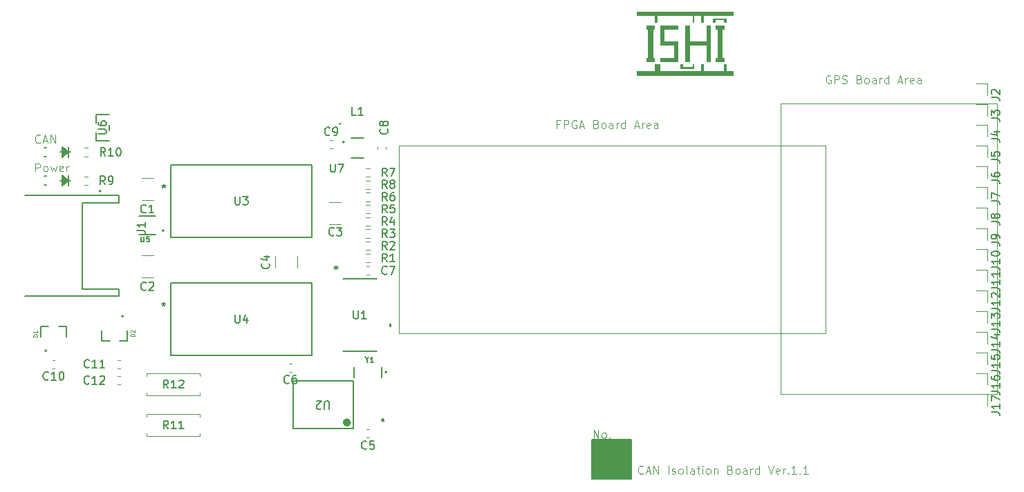
<source format=gto>
%TF.GenerationSoftware,KiCad,Pcbnew,9.0.4*%
%TF.CreationDate,2025-11-06T05:12:52+09:00*%
%TF.ProjectId,CAN_Isolation,43414e5f-4973-46f6-9c61-74696f6e2e6b,Ver.1.1*%
%TF.SameCoordinates,Original*%
%TF.FileFunction,Legend,Top*%
%TF.FilePolarity,Positive*%
%FSLAX46Y46*%
G04 Gerber Fmt 4.6, Leading zero omitted, Abs format (unit mm)*
G04 Created by KiCad (PCBNEW 9.0.4) date 2025-11-06 05:12:52*
%MOMM*%
%LPD*%
G01*
G04 APERTURE LIST*
%ADD10C,0.100000*%
%ADD11C,0.150000*%
%ADD12C,0.120000*%
%ADD13C,0.500000*%
%ADD14C,0.250000*%
%ADD15C,0.000000*%
%ADD16C,0.127000*%
%ADD17C,0.200000*%
%ADD18C,0.152400*%
G04 APERTURE END LIST*
D10*
X181157095Y-79794905D02*
X207657095Y-79794905D01*
X207657095Y-115494905D01*
X181157095Y-115494905D01*
X181157095Y-79794905D01*
X134500000Y-85000000D02*
X186657095Y-85000000D01*
X186657095Y-108000000D01*
X134500000Y-108000000D01*
X134500000Y-85000000D01*
X187327693Y-76420038D02*
X187232455Y-76372419D01*
X187232455Y-76372419D02*
X187089598Y-76372419D01*
X187089598Y-76372419D02*
X186946741Y-76420038D01*
X186946741Y-76420038D02*
X186851503Y-76515276D01*
X186851503Y-76515276D02*
X186803884Y-76610514D01*
X186803884Y-76610514D02*
X186756265Y-76800990D01*
X186756265Y-76800990D02*
X186756265Y-76943847D01*
X186756265Y-76943847D02*
X186803884Y-77134323D01*
X186803884Y-77134323D02*
X186851503Y-77229561D01*
X186851503Y-77229561D02*
X186946741Y-77324800D01*
X186946741Y-77324800D02*
X187089598Y-77372419D01*
X187089598Y-77372419D02*
X187184836Y-77372419D01*
X187184836Y-77372419D02*
X187327693Y-77324800D01*
X187327693Y-77324800D02*
X187375312Y-77277180D01*
X187375312Y-77277180D02*
X187375312Y-76943847D01*
X187375312Y-76943847D02*
X187184836Y-76943847D01*
X187803884Y-77372419D02*
X187803884Y-76372419D01*
X187803884Y-76372419D02*
X188184836Y-76372419D01*
X188184836Y-76372419D02*
X188280074Y-76420038D01*
X188280074Y-76420038D02*
X188327693Y-76467657D01*
X188327693Y-76467657D02*
X188375312Y-76562895D01*
X188375312Y-76562895D02*
X188375312Y-76705752D01*
X188375312Y-76705752D02*
X188327693Y-76800990D01*
X188327693Y-76800990D02*
X188280074Y-76848609D01*
X188280074Y-76848609D02*
X188184836Y-76896228D01*
X188184836Y-76896228D02*
X187803884Y-76896228D01*
X188756265Y-77324800D02*
X188899122Y-77372419D01*
X188899122Y-77372419D02*
X189137217Y-77372419D01*
X189137217Y-77372419D02*
X189232455Y-77324800D01*
X189232455Y-77324800D02*
X189280074Y-77277180D01*
X189280074Y-77277180D02*
X189327693Y-77181942D01*
X189327693Y-77181942D02*
X189327693Y-77086704D01*
X189327693Y-77086704D02*
X189280074Y-76991466D01*
X189280074Y-76991466D02*
X189232455Y-76943847D01*
X189232455Y-76943847D02*
X189137217Y-76896228D01*
X189137217Y-76896228D02*
X188946741Y-76848609D01*
X188946741Y-76848609D02*
X188851503Y-76800990D01*
X188851503Y-76800990D02*
X188803884Y-76753371D01*
X188803884Y-76753371D02*
X188756265Y-76658133D01*
X188756265Y-76658133D02*
X188756265Y-76562895D01*
X188756265Y-76562895D02*
X188803884Y-76467657D01*
X188803884Y-76467657D02*
X188851503Y-76420038D01*
X188851503Y-76420038D02*
X188946741Y-76372419D01*
X188946741Y-76372419D02*
X189184836Y-76372419D01*
X189184836Y-76372419D02*
X189327693Y-76420038D01*
X190851503Y-76848609D02*
X190994360Y-76896228D01*
X190994360Y-76896228D02*
X191041979Y-76943847D01*
X191041979Y-76943847D02*
X191089598Y-77039085D01*
X191089598Y-77039085D02*
X191089598Y-77181942D01*
X191089598Y-77181942D02*
X191041979Y-77277180D01*
X191041979Y-77277180D02*
X190994360Y-77324800D01*
X190994360Y-77324800D02*
X190899122Y-77372419D01*
X190899122Y-77372419D02*
X190518170Y-77372419D01*
X190518170Y-77372419D02*
X190518170Y-76372419D01*
X190518170Y-76372419D02*
X190851503Y-76372419D01*
X190851503Y-76372419D02*
X190946741Y-76420038D01*
X190946741Y-76420038D02*
X190994360Y-76467657D01*
X190994360Y-76467657D02*
X191041979Y-76562895D01*
X191041979Y-76562895D02*
X191041979Y-76658133D01*
X191041979Y-76658133D02*
X190994360Y-76753371D01*
X190994360Y-76753371D02*
X190946741Y-76800990D01*
X190946741Y-76800990D02*
X190851503Y-76848609D01*
X190851503Y-76848609D02*
X190518170Y-76848609D01*
X191661027Y-77372419D02*
X191565789Y-77324800D01*
X191565789Y-77324800D02*
X191518170Y-77277180D01*
X191518170Y-77277180D02*
X191470551Y-77181942D01*
X191470551Y-77181942D02*
X191470551Y-76896228D01*
X191470551Y-76896228D02*
X191518170Y-76800990D01*
X191518170Y-76800990D02*
X191565789Y-76753371D01*
X191565789Y-76753371D02*
X191661027Y-76705752D01*
X191661027Y-76705752D02*
X191803884Y-76705752D01*
X191803884Y-76705752D02*
X191899122Y-76753371D01*
X191899122Y-76753371D02*
X191946741Y-76800990D01*
X191946741Y-76800990D02*
X191994360Y-76896228D01*
X191994360Y-76896228D02*
X191994360Y-77181942D01*
X191994360Y-77181942D02*
X191946741Y-77277180D01*
X191946741Y-77277180D02*
X191899122Y-77324800D01*
X191899122Y-77324800D02*
X191803884Y-77372419D01*
X191803884Y-77372419D02*
X191661027Y-77372419D01*
X192851503Y-77372419D02*
X192851503Y-76848609D01*
X192851503Y-76848609D02*
X192803884Y-76753371D01*
X192803884Y-76753371D02*
X192708646Y-76705752D01*
X192708646Y-76705752D02*
X192518170Y-76705752D01*
X192518170Y-76705752D02*
X192422932Y-76753371D01*
X192851503Y-77324800D02*
X192756265Y-77372419D01*
X192756265Y-77372419D02*
X192518170Y-77372419D01*
X192518170Y-77372419D02*
X192422932Y-77324800D01*
X192422932Y-77324800D02*
X192375313Y-77229561D01*
X192375313Y-77229561D02*
X192375313Y-77134323D01*
X192375313Y-77134323D02*
X192422932Y-77039085D01*
X192422932Y-77039085D02*
X192518170Y-76991466D01*
X192518170Y-76991466D02*
X192756265Y-76991466D01*
X192756265Y-76991466D02*
X192851503Y-76943847D01*
X193327694Y-77372419D02*
X193327694Y-76705752D01*
X193327694Y-76896228D02*
X193375313Y-76800990D01*
X193375313Y-76800990D02*
X193422932Y-76753371D01*
X193422932Y-76753371D02*
X193518170Y-76705752D01*
X193518170Y-76705752D02*
X193613408Y-76705752D01*
X194375313Y-77372419D02*
X194375313Y-76372419D01*
X194375313Y-77324800D02*
X194280075Y-77372419D01*
X194280075Y-77372419D02*
X194089599Y-77372419D01*
X194089599Y-77372419D02*
X193994361Y-77324800D01*
X193994361Y-77324800D02*
X193946742Y-77277180D01*
X193946742Y-77277180D02*
X193899123Y-77181942D01*
X193899123Y-77181942D02*
X193899123Y-76896228D01*
X193899123Y-76896228D02*
X193946742Y-76800990D01*
X193946742Y-76800990D02*
X193994361Y-76753371D01*
X193994361Y-76753371D02*
X194089599Y-76705752D01*
X194089599Y-76705752D02*
X194280075Y-76705752D01*
X194280075Y-76705752D02*
X194375313Y-76753371D01*
X195565790Y-77086704D02*
X196041980Y-77086704D01*
X195470552Y-77372419D02*
X195803885Y-76372419D01*
X195803885Y-76372419D02*
X196137218Y-77372419D01*
X196470552Y-77372419D02*
X196470552Y-76705752D01*
X196470552Y-76896228D02*
X196518171Y-76800990D01*
X196518171Y-76800990D02*
X196565790Y-76753371D01*
X196565790Y-76753371D02*
X196661028Y-76705752D01*
X196661028Y-76705752D02*
X196756266Y-76705752D01*
X197470552Y-77324800D02*
X197375314Y-77372419D01*
X197375314Y-77372419D02*
X197184838Y-77372419D01*
X197184838Y-77372419D02*
X197089600Y-77324800D01*
X197089600Y-77324800D02*
X197041981Y-77229561D01*
X197041981Y-77229561D02*
X197041981Y-76848609D01*
X197041981Y-76848609D02*
X197089600Y-76753371D01*
X197089600Y-76753371D02*
X197184838Y-76705752D01*
X197184838Y-76705752D02*
X197375314Y-76705752D01*
X197375314Y-76705752D02*
X197470552Y-76753371D01*
X197470552Y-76753371D02*
X197518171Y-76848609D01*
X197518171Y-76848609D02*
X197518171Y-76943847D01*
X197518171Y-76943847D02*
X197041981Y-77039085D01*
X198375314Y-77372419D02*
X198375314Y-76848609D01*
X198375314Y-76848609D02*
X198327695Y-76753371D01*
X198327695Y-76753371D02*
X198232457Y-76705752D01*
X198232457Y-76705752D02*
X198041981Y-76705752D01*
X198041981Y-76705752D02*
X197946743Y-76753371D01*
X198375314Y-77324800D02*
X198280076Y-77372419D01*
X198280076Y-77372419D02*
X198041981Y-77372419D01*
X198041981Y-77372419D02*
X197946743Y-77324800D01*
X197946743Y-77324800D02*
X197899124Y-77229561D01*
X197899124Y-77229561D02*
X197899124Y-77134323D01*
X197899124Y-77134323D02*
X197946743Y-77039085D01*
X197946743Y-77039085D02*
X198041981Y-76991466D01*
X198041981Y-76991466D02*
X198280076Y-76991466D01*
X198280076Y-76991466D02*
X198375314Y-76943847D01*
X158303884Y-120872419D02*
X158303884Y-119872419D01*
X158303884Y-119872419D02*
X158875312Y-120872419D01*
X158875312Y-120872419D02*
X158875312Y-119872419D01*
X159494360Y-120872419D02*
X159399122Y-120824800D01*
X159399122Y-120824800D02*
X159351503Y-120777180D01*
X159351503Y-120777180D02*
X159303884Y-120681942D01*
X159303884Y-120681942D02*
X159303884Y-120396228D01*
X159303884Y-120396228D02*
X159351503Y-120300990D01*
X159351503Y-120300990D02*
X159399122Y-120253371D01*
X159399122Y-120253371D02*
X159494360Y-120205752D01*
X159494360Y-120205752D02*
X159637217Y-120205752D01*
X159637217Y-120205752D02*
X159732455Y-120253371D01*
X159732455Y-120253371D02*
X159780074Y-120300990D01*
X159780074Y-120300990D02*
X159827693Y-120396228D01*
X159827693Y-120396228D02*
X159827693Y-120681942D01*
X159827693Y-120681942D02*
X159780074Y-120777180D01*
X159780074Y-120777180D02*
X159732455Y-120824800D01*
X159732455Y-120824800D02*
X159637217Y-120872419D01*
X159637217Y-120872419D02*
X159494360Y-120872419D01*
X160256265Y-120777180D02*
X160303884Y-120824800D01*
X160303884Y-120824800D02*
X160256265Y-120872419D01*
X160256265Y-120872419D02*
X160208646Y-120824800D01*
X160208646Y-120824800D02*
X160256265Y-120777180D01*
X160256265Y-120777180D02*
X160256265Y-120872419D01*
X164364284Y-125187180D02*
X164316665Y-125234800D01*
X164316665Y-125234800D02*
X164173808Y-125282419D01*
X164173808Y-125282419D02*
X164078570Y-125282419D01*
X164078570Y-125282419D02*
X163935713Y-125234800D01*
X163935713Y-125234800D02*
X163840475Y-125139561D01*
X163840475Y-125139561D02*
X163792856Y-125044323D01*
X163792856Y-125044323D02*
X163745237Y-124853847D01*
X163745237Y-124853847D02*
X163745237Y-124710990D01*
X163745237Y-124710990D02*
X163792856Y-124520514D01*
X163792856Y-124520514D02*
X163840475Y-124425276D01*
X163840475Y-124425276D02*
X163935713Y-124330038D01*
X163935713Y-124330038D02*
X164078570Y-124282419D01*
X164078570Y-124282419D02*
X164173808Y-124282419D01*
X164173808Y-124282419D02*
X164316665Y-124330038D01*
X164316665Y-124330038D02*
X164364284Y-124377657D01*
X164745237Y-124996704D02*
X165221427Y-124996704D01*
X164649999Y-125282419D02*
X164983332Y-124282419D01*
X164983332Y-124282419D02*
X165316665Y-125282419D01*
X165649999Y-125282419D02*
X165649999Y-124282419D01*
X165649999Y-124282419D02*
X166221427Y-125282419D01*
X166221427Y-125282419D02*
X166221427Y-124282419D01*
X167459523Y-125282419D02*
X167459523Y-124282419D01*
X167888094Y-125234800D02*
X167983332Y-125282419D01*
X167983332Y-125282419D02*
X168173808Y-125282419D01*
X168173808Y-125282419D02*
X168269046Y-125234800D01*
X168269046Y-125234800D02*
X168316665Y-125139561D01*
X168316665Y-125139561D02*
X168316665Y-125091942D01*
X168316665Y-125091942D02*
X168269046Y-124996704D01*
X168269046Y-124996704D02*
X168173808Y-124949085D01*
X168173808Y-124949085D02*
X168030951Y-124949085D01*
X168030951Y-124949085D02*
X167935713Y-124901466D01*
X167935713Y-124901466D02*
X167888094Y-124806228D01*
X167888094Y-124806228D02*
X167888094Y-124758609D01*
X167888094Y-124758609D02*
X167935713Y-124663371D01*
X167935713Y-124663371D02*
X168030951Y-124615752D01*
X168030951Y-124615752D02*
X168173808Y-124615752D01*
X168173808Y-124615752D02*
X168269046Y-124663371D01*
X168888094Y-125282419D02*
X168792856Y-125234800D01*
X168792856Y-125234800D02*
X168745237Y-125187180D01*
X168745237Y-125187180D02*
X168697618Y-125091942D01*
X168697618Y-125091942D02*
X168697618Y-124806228D01*
X168697618Y-124806228D02*
X168745237Y-124710990D01*
X168745237Y-124710990D02*
X168792856Y-124663371D01*
X168792856Y-124663371D02*
X168888094Y-124615752D01*
X168888094Y-124615752D02*
X169030951Y-124615752D01*
X169030951Y-124615752D02*
X169126189Y-124663371D01*
X169126189Y-124663371D02*
X169173808Y-124710990D01*
X169173808Y-124710990D02*
X169221427Y-124806228D01*
X169221427Y-124806228D02*
X169221427Y-125091942D01*
X169221427Y-125091942D02*
X169173808Y-125187180D01*
X169173808Y-125187180D02*
X169126189Y-125234800D01*
X169126189Y-125234800D02*
X169030951Y-125282419D01*
X169030951Y-125282419D02*
X168888094Y-125282419D01*
X169792856Y-125282419D02*
X169697618Y-125234800D01*
X169697618Y-125234800D02*
X169649999Y-125139561D01*
X169649999Y-125139561D02*
X169649999Y-124282419D01*
X170602380Y-125282419D02*
X170602380Y-124758609D01*
X170602380Y-124758609D02*
X170554761Y-124663371D01*
X170554761Y-124663371D02*
X170459523Y-124615752D01*
X170459523Y-124615752D02*
X170269047Y-124615752D01*
X170269047Y-124615752D02*
X170173809Y-124663371D01*
X170602380Y-125234800D02*
X170507142Y-125282419D01*
X170507142Y-125282419D02*
X170269047Y-125282419D01*
X170269047Y-125282419D02*
X170173809Y-125234800D01*
X170173809Y-125234800D02*
X170126190Y-125139561D01*
X170126190Y-125139561D02*
X170126190Y-125044323D01*
X170126190Y-125044323D02*
X170173809Y-124949085D01*
X170173809Y-124949085D02*
X170269047Y-124901466D01*
X170269047Y-124901466D02*
X170507142Y-124901466D01*
X170507142Y-124901466D02*
X170602380Y-124853847D01*
X170935714Y-124615752D02*
X171316666Y-124615752D01*
X171078571Y-124282419D02*
X171078571Y-125139561D01*
X171078571Y-125139561D02*
X171126190Y-125234800D01*
X171126190Y-125234800D02*
X171221428Y-125282419D01*
X171221428Y-125282419D02*
X171316666Y-125282419D01*
X171650000Y-125282419D02*
X171650000Y-124615752D01*
X171650000Y-124282419D02*
X171602381Y-124330038D01*
X171602381Y-124330038D02*
X171650000Y-124377657D01*
X171650000Y-124377657D02*
X171697619Y-124330038D01*
X171697619Y-124330038D02*
X171650000Y-124282419D01*
X171650000Y-124282419D02*
X171650000Y-124377657D01*
X172269047Y-125282419D02*
X172173809Y-125234800D01*
X172173809Y-125234800D02*
X172126190Y-125187180D01*
X172126190Y-125187180D02*
X172078571Y-125091942D01*
X172078571Y-125091942D02*
X172078571Y-124806228D01*
X172078571Y-124806228D02*
X172126190Y-124710990D01*
X172126190Y-124710990D02*
X172173809Y-124663371D01*
X172173809Y-124663371D02*
X172269047Y-124615752D01*
X172269047Y-124615752D02*
X172411904Y-124615752D01*
X172411904Y-124615752D02*
X172507142Y-124663371D01*
X172507142Y-124663371D02*
X172554761Y-124710990D01*
X172554761Y-124710990D02*
X172602380Y-124806228D01*
X172602380Y-124806228D02*
X172602380Y-125091942D01*
X172602380Y-125091942D02*
X172554761Y-125187180D01*
X172554761Y-125187180D02*
X172507142Y-125234800D01*
X172507142Y-125234800D02*
X172411904Y-125282419D01*
X172411904Y-125282419D02*
X172269047Y-125282419D01*
X173030952Y-124615752D02*
X173030952Y-125282419D01*
X173030952Y-124710990D02*
X173078571Y-124663371D01*
X173078571Y-124663371D02*
X173173809Y-124615752D01*
X173173809Y-124615752D02*
X173316666Y-124615752D01*
X173316666Y-124615752D02*
X173411904Y-124663371D01*
X173411904Y-124663371D02*
X173459523Y-124758609D01*
X173459523Y-124758609D02*
X173459523Y-125282419D01*
X175030952Y-124758609D02*
X175173809Y-124806228D01*
X175173809Y-124806228D02*
X175221428Y-124853847D01*
X175221428Y-124853847D02*
X175269047Y-124949085D01*
X175269047Y-124949085D02*
X175269047Y-125091942D01*
X175269047Y-125091942D02*
X175221428Y-125187180D01*
X175221428Y-125187180D02*
X175173809Y-125234800D01*
X175173809Y-125234800D02*
X175078571Y-125282419D01*
X175078571Y-125282419D02*
X174697619Y-125282419D01*
X174697619Y-125282419D02*
X174697619Y-124282419D01*
X174697619Y-124282419D02*
X175030952Y-124282419D01*
X175030952Y-124282419D02*
X175126190Y-124330038D01*
X175126190Y-124330038D02*
X175173809Y-124377657D01*
X175173809Y-124377657D02*
X175221428Y-124472895D01*
X175221428Y-124472895D02*
X175221428Y-124568133D01*
X175221428Y-124568133D02*
X175173809Y-124663371D01*
X175173809Y-124663371D02*
X175126190Y-124710990D01*
X175126190Y-124710990D02*
X175030952Y-124758609D01*
X175030952Y-124758609D02*
X174697619Y-124758609D01*
X175840476Y-125282419D02*
X175745238Y-125234800D01*
X175745238Y-125234800D02*
X175697619Y-125187180D01*
X175697619Y-125187180D02*
X175650000Y-125091942D01*
X175650000Y-125091942D02*
X175650000Y-124806228D01*
X175650000Y-124806228D02*
X175697619Y-124710990D01*
X175697619Y-124710990D02*
X175745238Y-124663371D01*
X175745238Y-124663371D02*
X175840476Y-124615752D01*
X175840476Y-124615752D02*
X175983333Y-124615752D01*
X175983333Y-124615752D02*
X176078571Y-124663371D01*
X176078571Y-124663371D02*
X176126190Y-124710990D01*
X176126190Y-124710990D02*
X176173809Y-124806228D01*
X176173809Y-124806228D02*
X176173809Y-125091942D01*
X176173809Y-125091942D02*
X176126190Y-125187180D01*
X176126190Y-125187180D02*
X176078571Y-125234800D01*
X176078571Y-125234800D02*
X175983333Y-125282419D01*
X175983333Y-125282419D02*
X175840476Y-125282419D01*
X177030952Y-125282419D02*
X177030952Y-124758609D01*
X177030952Y-124758609D02*
X176983333Y-124663371D01*
X176983333Y-124663371D02*
X176888095Y-124615752D01*
X176888095Y-124615752D02*
X176697619Y-124615752D01*
X176697619Y-124615752D02*
X176602381Y-124663371D01*
X177030952Y-125234800D02*
X176935714Y-125282419D01*
X176935714Y-125282419D02*
X176697619Y-125282419D01*
X176697619Y-125282419D02*
X176602381Y-125234800D01*
X176602381Y-125234800D02*
X176554762Y-125139561D01*
X176554762Y-125139561D02*
X176554762Y-125044323D01*
X176554762Y-125044323D02*
X176602381Y-124949085D01*
X176602381Y-124949085D02*
X176697619Y-124901466D01*
X176697619Y-124901466D02*
X176935714Y-124901466D01*
X176935714Y-124901466D02*
X177030952Y-124853847D01*
X177507143Y-125282419D02*
X177507143Y-124615752D01*
X177507143Y-124806228D02*
X177554762Y-124710990D01*
X177554762Y-124710990D02*
X177602381Y-124663371D01*
X177602381Y-124663371D02*
X177697619Y-124615752D01*
X177697619Y-124615752D02*
X177792857Y-124615752D01*
X178554762Y-125282419D02*
X178554762Y-124282419D01*
X178554762Y-125234800D02*
X178459524Y-125282419D01*
X178459524Y-125282419D02*
X178269048Y-125282419D01*
X178269048Y-125282419D02*
X178173810Y-125234800D01*
X178173810Y-125234800D02*
X178126191Y-125187180D01*
X178126191Y-125187180D02*
X178078572Y-125091942D01*
X178078572Y-125091942D02*
X178078572Y-124806228D01*
X178078572Y-124806228D02*
X178126191Y-124710990D01*
X178126191Y-124710990D02*
X178173810Y-124663371D01*
X178173810Y-124663371D02*
X178269048Y-124615752D01*
X178269048Y-124615752D02*
X178459524Y-124615752D01*
X178459524Y-124615752D02*
X178554762Y-124663371D01*
X179650001Y-124282419D02*
X179983334Y-125282419D01*
X179983334Y-125282419D02*
X180316667Y-124282419D01*
X181030953Y-125234800D02*
X180935715Y-125282419D01*
X180935715Y-125282419D02*
X180745239Y-125282419D01*
X180745239Y-125282419D02*
X180650001Y-125234800D01*
X180650001Y-125234800D02*
X180602382Y-125139561D01*
X180602382Y-125139561D02*
X180602382Y-124758609D01*
X180602382Y-124758609D02*
X180650001Y-124663371D01*
X180650001Y-124663371D02*
X180745239Y-124615752D01*
X180745239Y-124615752D02*
X180935715Y-124615752D01*
X180935715Y-124615752D02*
X181030953Y-124663371D01*
X181030953Y-124663371D02*
X181078572Y-124758609D01*
X181078572Y-124758609D02*
X181078572Y-124853847D01*
X181078572Y-124853847D02*
X180602382Y-124949085D01*
X181507144Y-125282419D02*
X181507144Y-124615752D01*
X181507144Y-124806228D02*
X181554763Y-124710990D01*
X181554763Y-124710990D02*
X181602382Y-124663371D01*
X181602382Y-124663371D02*
X181697620Y-124615752D01*
X181697620Y-124615752D02*
X181792858Y-124615752D01*
X182126192Y-125187180D02*
X182173811Y-125234800D01*
X182173811Y-125234800D02*
X182126192Y-125282419D01*
X182126192Y-125282419D02*
X182078573Y-125234800D01*
X182078573Y-125234800D02*
X182126192Y-125187180D01*
X182126192Y-125187180D02*
X182126192Y-125282419D01*
X183126191Y-125282419D02*
X182554763Y-125282419D01*
X182840477Y-125282419D02*
X182840477Y-124282419D01*
X182840477Y-124282419D02*
X182745239Y-124425276D01*
X182745239Y-124425276D02*
X182650001Y-124520514D01*
X182650001Y-124520514D02*
X182554763Y-124568133D01*
X183554763Y-125187180D02*
X183602382Y-125234800D01*
X183602382Y-125234800D02*
X183554763Y-125282419D01*
X183554763Y-125282419D02*
X183507144Y-125234800D01*
X183507144Y-125234800D02*
X183554763Y-125187180D01*
X183554763Y-125187180D02*
X183554763Y-125282419D01*
X184554762Y-125282419D02*
X183983334Y-125282419D01*
X184269048Y-125282419D02*
X184269048Y-124282419D01*
X184269048Y-124282419D02*
X184173810Y-124425276D01*
X184173810Y-124425276D02*
X184078572Y-124520514D01*
X184078572Y-124520514D02*
X183983334Y-124568133D01*
X90532407Y-84572085D02*
X90484788Y-84619705D01*
X90484788Y-84619705D02*
X90341931Y-84667324D01*
X90341931Y-84667324D02*
X90246693Y-84667324D01*
X90246693Y-84667324D02*
X90103836Y-84619705D01*
X90103836Y-84619705D02*
X90008598Y-84524466D01*
X90008598Y-84524466D02*
X89960979Y-84429228D01*
X89960979Y-84429228D02*
X89913360Y-84238752D01*
X89913360Y-84238752D02*
X89913360Y-84095895D01*
X89913360Y-84095895D02*
X89960979Y-83905419D01*
X89960979Y-83905419D02*
X90008598Y-83810181D01*
X90008598Y-83810181D02*
X90103836Y-83714943D01*
X90103836Y-83714943D02*
X90246693Y-83667324D01*
X90246693Y-83667324D02*
X90341931Y-83667324D01*
X90341931Y-83667324D02*
X90484788Y-83714943D01*
X90484788Y-83714943D02*
X90532407Y-83762562D01*
X90913360Y-84381609D02*
X91389550Y-84381609D01*
X90818122Y-84667324D02*
X91151455Y-83667324D01*
X91151455Y-83667324D02*
X91484788Y-84667324D01*
X91818122Y-84667324D02*
X91818122Y-83667324D01*
X91818122Y-83667324D02*
X92389550Y-84667324D01*
X92389550Y-84667324D02*
X92389550Y-83667324D01*
X89960979Y-88167324D02*
X89960979Y-87167324D01*
X89960979Y-87167324D02*
X90341931Y-87167324D01*
X90341931Y-87167324D02*
X90437169Y-87214943D01*
X90437169Y-87214943D02*
X90484788Y-87262562D01*
X90484788Y-87262562D02*
X90532407Y-87357800D01*
X90532407Y-87357800D02*
X90532407Y-87500657D01*
X90532407Y-87500657D02*
X90484788Y-87595895D01*
X90484788Y-87595895D02*
X90437169Y-87643514D01*
X90437169Y-87643514D02*
X90341931Y-87691133D01*
X90341931Y-87691133D02*
X89960979Y-87691133D01*
X91103836Y-88167324D02*
X91008598Y-88119705D01*
X91008598Y-88119705D02*
X90960979Y-88072085D01*
X90960979Y-88072085D02*
X90913360Y-87976847D01*
X90913360Y-87976847D02*
X90913360Y-87691133D01*
X90913360Y-87691133D02*
X90960979Y-87595895D01*
X90960979Y-87595895D02*
X91008598Y-87548276D01*
X91008598Y-87548276D02*
X91103836Y-87500657D01*
X91103836Y-87500657D02*
X91246693Y-87500657D01*
X91246693Y-87500657D02*
X91341931Y-87548276D01*
X91341931Y-87548276D02*
X91389550Y-87595895D01*
X91389550Y-87595895D02*
X91437169Y-87691133D01*
X91437169Y-87691133D02*
X91437169Y-87976847D01*
X91437169Y-87976847D02*
X91389550Y-88072085D01*
X91389550Y-88072085D02*
X91341931Y-88119705D01*
X91341931Y-88119705D02*
X91246693Y-88167324D01*
X91246693Y-88167324D02*
X91103836Y-88167324D01*
X91770503Y-87500657D02*
X91960979Y-88167324D01*
X91960979Y-88167324D02*
X92151455Y-87691133D01*
X92151455Y-87691133D02*
X92341931Y-88167324D01*
X92341931Y-88167324D02*
X92532407Y-87500657D01*
X93294312Y-88119705D02*
X93199074Y-88167324D01*
X93199074Y-88167324D02*
X93008598Y-88167324D01*
X93008598Y-88167324D02*
X92913360Y-88119705D01*
X92913360Y-88119705D02*
X92865741Y-88024466D01*
X92865741Y-88024466D02*
X92865741Y-87643514D01*
X92865741Y-87643514D02*
X92913360Y-87548276D01*
X92913360Y-87548276D02*
X93008598Y-87500657D01*
X93008598Y-87500657D02*
X93199074Y-87500657D01*
X93199074Y-87500657D02*
X93294312Y-87548276D01*
X93294312Y-87548276D02*
X93341931Y-87643514D01*
X93341931Y-87643514D02*
X93341931Y-87738752D01*
X93341931Y-87738752D02*
X92865741Y-87833990D01*
X93770503Y-88167324D02*
X93770503Y-87500657D01*
X93770503Y-87691133D02*
X93818122Y-87595895D01*
X93818122Y-87595895D02*
X93865741Y-87548276D01*
X93865741Y-87548276D02*
X93960979Y-87500657D01*
X93960979Y-87500657D02*
X94056217Y-87500657D01*
X154137217Y-82348609D02*
X153803884Y-82348609D01*
X153803884Y-82872419D02*
X153803884Y-81872419D01*
X153803884Y-81872419D02*
X154280074Y-81872419D01*
X154661027Y-82872419D02*
X154661027Y-81872419D01*
X154661027Y-81872419D02*
X155041979Y-81872419D01*
X155041979Y-81872419D02*
X155137217Y-81920038D01*
X155137217Y-81920038D02*
X155184836Y-81967657D01*
X155184836Y-81967657D02*
X155232455Y-82062895D01*
X155232455Y-82062895D02*
X155232455Y-82205752D01*
X155232455Y-82205752D02*
X155184836Y-82300990D01*
X155184836Y-82300990D02*
X155137217Y-82348609D01*
X155137217Y-82348609D02*
X155041979Y-82396228D01*
X155041979Y-82396228D02*
X154661027Y-82396228D01*
X156184836Y-81920038D02*
X156089598Y-81872419D01*
X156089598Y-81872419D02*
X155946741Y-81872419D01*
X155946741Y-81872419D02*
X155803884Y-81920038D01*
X155803884Y-81920038D02*
X155708646Y-82015276D01*
X155708646Y-82015276D02*
X155661027Y-82110514D01*
X155661027Y-82110514D02*
X155613408Y-82300990D01*
X155613408Y-82300990D02*
X155613408Y-82443847D01*
X155613408Y-82443847D02*
X155661027Y-82634323D01*
X155661027Y-82634323D02*
X155708646Y-82729561D01*
X155708646Y-82729561D02*
X155803884Y-82824800D01*
X155803884Y-82824800D02*
X155946741Y-82872419D01*
X155946741Y-82872419D02*
X156041979Y-82872419D01*
X156041979Y-82872419D02*
X156184836Y-82824800D01*
X156184836Y-82824800D02*
X156232455Y-82777180D01*
X156232455Y-82777180D02*
X156232455Y-82443847D01*
X156232455Y-82443847D02*
X156041979Y-82443847D01*
X156613408Y-82586704D02*
X157089598Y-82586704D01*
X156518170Y-82872419D02*
X156851503Y-81872419D01*
X156851503Y-81872419D02*
X157184836Y-82872419D01*
X158613408Y-82348609D02*
X158756265Y-82396228D01*
X158756265Y-82396228D02*
X158803884Y-82443847D01*
X158803884Y-82443847D02*
X158851503Y-82539085D01*
X158851503Y-82539085D02*
X158851503Y-82681942D01*
X158851503Y-82681942D02*
X158803884Y-82777180D01*
X158803884Y-82777180D02*
X158756265Y-82824800D01*
X158756265Y-82824800D02*
X158661027Y-82872419D01*
X158661027Y-82872419D02*
X158280075Y-82872419D01*
X158280075Y-82872419D02*
X158280075Y-81872419D01*
X158280075Y-81872419D02*
X158613408Y-81872419D01*
X158613408Y-81872419D02*
X158708646Y-81920038D01*
X158708646Y-81920038D02*
X158756265Y-81967657D01*
X158756265Y-81967657D02*
X158803884Y-82062895D01*
X158803884Y-82062895D02*
X158803884Y-82158133D01*
X158803884Y-82158133D02*
X158756265Y-82253371D01*
X158756265Y-82253371D02*
X158708646Y-82300990D01*
X158708646Y-82300990D02*
X158613408Y-82348609D01*
X158613408Y-82348609D02*
X158280075Y-82348609D01*
X159422932Y-82872419D02*
X159327694Y-82824800D01*
X159327694Y-82824800D02*
X159280075Y-82777180D01*
X159280075Y-82777180D02*
X159232456Y-82681942D01*
X159232456Y-82681942D02*
X159232456Y-82396228D01*
X159232456Y-82396228D02*
X159280075Y-82300990D01*
X159280075Y-82300990D02*
X159327694Y-82253371D01*
X159327694Y-82253371D02*
X159422932Y-82205752D01*
X159422932Y-82205752D02*
X159565789Y-82205752D01*
X159565789Y-82205752D02*
X159661027Y-82253371D01*
X159661027Y-82253371D02*
X159708646Y-82300990D01*
X159708646Y-82300990D02*
X159756265Y-82396228D01*
X159756265Y-82396228D02*
X159756265Y-82681942D01*
X159756265Y-82681942D02*
X159708646Y-82777180D01*
X159708646Y-82777180D02*
X159661027Y-82824800D01*
X159661027Y-82824800D02*
X159565789Y-82872419D01*
X159565789Y-82872419D02*
X159422932Y-82872419D01*
X160613408Y-82872419D02*
X160613408Y-82348609D01*
X160613408Y-82348609D02*
X160565789Y-82253371D01*
X160565789Y-82253371D02*
X160470551Y-82205752D01*
X160470551Y-82205752D02*
X160280075Y-82205752D01*
X160280075Y-82205752D02*
X160184837Y-82253371D01*
X160613408Y-82824800D02*
X160518170Y-82872419D01*
X160518170Y-82872419D02*
X160280075Y-82872419D01*
X160280075Y-82872419D02*
X160184837Y-82824800D01*
X160184837Y-82824800D02*
X160137218Y-82729561D01*
X160137218Y-82729561D02*
X160137218Y-82634323D01*
X160137218Y-82634323D02*
X160184837Y-82539085D01*
X160184837Y-82539085D02*
X160280075Y-82491466D01*
X160280075Y-82491466D02*
X160518170Y-82491466D01*
X160518170Y-82491466D02*
X160613408Y-82443847D01*
X161089599Y-82872419D02*
X161089599Y-82205752D01*
X161089599Y-82396228D02*
X161137218Y-82300990D01*
X161137218Y-82300990D02*
X161184837Y-82253371D01*
X161184837Y-82253371D02*
X161280075Y-82205752D01*
X161280075Y-82205752D02*
X161375313Y-82205752D01*
X162137218Y-82872419D02*
X162137218Y-81872419D01*
X162137218Y-82824800D02*
X162041980Y-82872419D01*
X162041980Y-82872419D02*
X161851504Y-82872419D01*
X161851504Y-82872419D02*
X161756266Y-82824800D01*
X161756266Y-82824800D02*
X161708647Y-82777180D01*
X161708647Y-82777180D02*
X161661028Y-82681942D01*
X161661028Y-82681942D02*
X161661028Y-82396228D01*
X161661028Y-82396228D02*
X161708647Y-82300990D01*
X161708647Y-82300990D02*
X161756266Y-82253371D01*
X161756266Y-82253371D02*
X161851504Y-82205752D01*
X161851504Y-82205752D02*
X162041980Y-82205752D01*
X162041980Y-82205752D02*
X162137218Y-82253371D01*
X163327695Y-82586704D02*
X163803885Y-82586704D01*
X163232457Y-82872419D02*
X163565790Y-81872419D01*
X163565790Y-81872419D02*
X163899123Y-82872419D01*
X164232457Y-82872419D02*
X164232457Y-82205752D01*
X164232457Y-82396228D02*
X164280076Y-82300990D01*
X164280076Y-82300990D02*
X164327695Y-82253371D01*
X164327695Y-82253371D02*
X164422933Y-82205752D01*
X164422933Y-82205752D02*
X164518171Y-82205752D01*
X165232457Y-82824800D02*
X165137219Y-82872419D01*
X165137219Y-82872419D02*
X164946743Y-82872419D01*
X164946743Y-82872419D02*
X164851505Y-82824800D01*
X164851505Y-82824800D02*
X164803886Y-82729561D01*
X164803886Y-82729561D02*
X164803886Y-82348609D01*
X164803886Y-82348609D02*
X164851505Y-82253371D01*
X164851505Y-82253371D02*
X164946743Y-82205752D01*
X164946743Y-82205752D02*
X165137219Y-82205752D01*
X165137219Y-82205752D02*
X165232457Y-82253371D01*
X165232457Y-82253371D02*
X165280076Y-82348609D01*
X165280076Y-82348609D02*
X165280076Y-82443847D01*
X165280076Y-82443847D02*
X164803886Y-82539085D01*
X166137219Y-82872419D02*
X166137219Y-82348609D01*
X166137219Y-82348609D02*
X166089600Y-82253371D01*
X166089600Y-82253371D02*
X165994362Y-82205752D01*
X165994362Y-82205752D02*
X165803886Y-82205752D01*
X165803886Y-82205752D02*
X165708648Y-82253371D01*
X166137219Y-82824800D02*
X166041981Y-82872419D01*
X166041981Y-82872419D02*
X165803886Y-82872419D01*
X165803886Y-82872419D02*
X165708648Y-82824800D01*
X165708648Y-82824800D02*
X165661029Y-82729561D01*
X165661029Y-82729561D02*
X165661029Y-82634323D01*
X165661029Y-82634323D02*
X165708648Y-82539085D01*
X165708648Y-82539085D02*
X165803886Y-82491466D01*
X165803886Y-82491466D02*
X166041981Y-82491466D01*
X166041981Y-82491466D02*
X166137219Y-82443847D01*
D11*
X132983333Y-100699580D02*
X132935714Y-100747200D01*
X132935714Y-100747200D02*
X132792857Y-100794819D01*
X132792857Y-100794819D02*
X132697619Y-100794819D01*
X132697619Y-100794819D02*
X132554762Y-100747200D01*
X132554762Y-100747200D02*
X132459524Y-100651961D01*
X132459524Y-100651961D02*
X132411905Y-100556723D01*
X132411905Y-100556723D02*
X132364286Y-100366247D01*
X132364286Y-100366247D02*
X132364286Y-100223390D01*
X132364286Y-100223390D02*
X132411905Y-100032914D01*
X132411905Y-100032914D02*
X132459524Y-99937676D01*
X132459524Y-99937676D02*
X132554762Y-99842438D01*
X132554762Y-99842438D02*
X132697619Y-99794819D01*
X132697619Y-99794819D02*
X132792857Y-99794819D01*
X132792857Y-99794819D02*
X132935714Y-99842438D01*
X132935714Y-99842438D02*
X132983333Y-99890057D01*
X133316667Y-99794819D02*
X133983333Y-99794819D01*
X133983333Y-99794819D02*
X133554762Y-100794819D01*
X98490428Y-89749724D02*
X98157095Y-89273533D01*
X97919000Y-89749724D02*
X97919000Y-88749724D01*
X97919000Y-88749724D02*
X98299952Y-88749724D01*
X98299952Y-88749724D02*
X98395190Y-88797343D01*
X98395190Y-88797343D02*
X98442809Y-88844962D01*
X98442809Y-88844962D02*
X98490428Y-88940200D01*
X98490428Y-88940200D02*
X98490428Y-89083057D01*
X98490428Y-89083057D02*
X98442809Y-89178295D01*
X98442809Y-89178295D02*
X98395190Y-89225914D01*
X98395190Y-89225914D02*
X98299952Y-89273533D01*
X98299952Y-89273533D02*
X97919000Y-89273533D01*
X98966619Y-89749724D02*
X99157095Y-89749724D01*
X99157095Y-89749724D02*
X99252333Y-89702105D01*
X99252333Y-89702105D02*
X99299952Y-89654485D01*
X99299952Y-89654485D02*
X99395190Y-89511628D01*
X99395190Y-89511628D02*
X99442809Y-89321152D01*
X99442809Y-89321152D02*
X99442809Y-88940200D01*
X99442809Y-88940200D02*
X99395190Y-88844962D01*
X99395190Y-88844962D02*
X99347571Y-88797343D01*
X99347571Y-88797343D02*
X99252333Y-88749724D01*
X99252333Y-88749724D02*
X99061857Y-88749724D01*
X99061857Y-88749724D02*
X98966619Y-88797343D01*
X98966619Y-88797343D02*
X98919000Y-88844962D01*
X98919000Y-88844962D02*
X98871381Y-88940200D01*
X98871381Y-88940200D02*
X98871381Y-89178295D01*
X98871381Y-89178295D02*
X98919000Y-89273533D01*
X98919000Y-89273533D02*
X98966619Y-89321152D01*
X98966619Y-89321152D02*
X99061857Y-89368771D01*
X99061857Y-89368771D02*
X99252333Y-89368771D01*
X99252333Y-89368771D02*
X99347571Y-89321152D01*
X99347571Y-89321152D02*
X99395190Y-89273533D01*
X99395190Y-89273533D02*
X99442809Y-89178295D01*
X125918999Y-117340085D02*
X125918999Y-116530562D01*
X125918999Y-116530562D02*
X125871380Y-116435324D01*
X125871380Y-116435324D02*
X125823761Y-116387705D01*
X125823761Y-116387705D02*
X125728523Y-116340085D01*
X125728523Y-116340085D02*
X125538047Y-116340085D01*
X125538047Y-116340085D02*
X125442809Y-116387705D01*
X125442809Y-116387705D02*
X125395190Y-116435324D01*
X125395190Y-116435324D02*
X125347571Y-116530562D01*
X125347571Y-116530562D02*
X125347571Y-117340085D01*
X124918999Y-117244847D02*
X124871380Y-117292466D01*
X124871380Y-117292466D02*
X124776142Y-117340085D01*
X124776142Y-117340085D02*
X124538047Y-117340085D01*
X124538047Y-117340085D02*
X124442809Y-117292466D01*
X124442809Y-117292466D02*
X124395190Y-117244847D01*
X124395190Y-117244847D02*
X124347571Y-117149609D01*
X124347571Y-117149609D02*
X124347571Y-117054371D01*
X124347571Y-117054371D02*
X124395190Y-116911514D01*
X124395190Y-116911514D02*
X124966618Y-116340085D01*
X124966618Y-116340085D02*
X124347571Y-116340085D01*
X206991914Y-89268238D02*
X207706199Y-89268238D01*
X207706199Y-89268238D02*
X207849056Y-89315857D01*
X207849056Y-89315857D02*
X207944295Y-89411095D01*
X207944295Y-89411095D02*
X207991914Y-89553952D01*
X207991914Y-89553952D02*
X207991914Y-89649190D01*
X206991914Y-88363476D02*
X206991914Y-88553952D01*
X206991914Y-88553952D02*
X207039533Y-88649190D01*
X207039533Y-88649190D02*
X207087152Y-88696809D01*
X207087152Y-88696809D02*
X207230009Y-88792047D01*
X207230009Y-88792047D02*
X207420485Y-88839666D01*
X207420485Y-88839666D02*
X207801437Y-88839666D01*
X207801437Y-88839666D02*
X207896675Y-88792047D01*
X207896675Y-88792047D02*
X207944295Y-88744428D01*
X207944295Y-88744428D02*
X207991914Y-88649190D01*
X207991914Y-88649190D02*
X207991914Y-88458714D01*
X207991914Y-88458714D02*
X207944295Y-88363476D01*
X207944295Y-88363476D02*
X207896675Y-88315857D01*
X207896675Y-88315857D02*
X207801437Y-88268238D01*
X207801437Y-88268238D02*
X207563342Y-88268238D01*
X207563342Y-88268238D02*
X207468104Y-88315857D01*
X207468104Y-88315857D02*
X207420485Y-88363476D01*
X207420485Y-88363476D02*
X207372866Y-88458714D01*
X207372866Y-88458714D02*
X207372866Y-88649190D01*
X207372866Y-88649190D02*
X207420485Y-88744428D01*
X207420485Y-88744428D02*
X207468104Y-88792047D01*
X207468104Y-88792047D02*
X207563342Y-88839666D01*
X206991914Y-81648238D02*
X207706199Y-81648238D01*
X207706199Y-81648238D02*
X207849056Y-81695857D01*
X207849056Y-81695857D02*
X207944295Y-81791095D01*
X207944295Y-81791095D02*
X207991914Y-81933952D01*
X207991914Y-81933952D02*
X207991914Y-82029190D01*
X206991914Y-81267285D02*
X206991914Y-80648238D01*
X206991914Y-80648238D02*
X207372866Y-80981571D01*
X207372866Y-80981571D02*
X207372866Y-80838714D01*
X207372866Y-80838714D02*
X207420485Y-80743476D01*
X207420485Y-80743476D02*
X207468104Y-80695857D01*
X207468104Y-80695857D02*
X207563342Y-80648238D01*
X207563342Y-80648238D02*
X207801437Y-80648238D01*
X207801437Y-80648238D02*
X207896675Y-80695857D01*
X207896675Y-80695857D02*
X207944295Y-80743476D01*
X207944295Y-80743476D02*
X207991914Y-80838714D01*
X207991914Y-80838714D02*
X207991914Y-81124428D01*
X207991914Y-81124428D02*
X207944295Y-81219666D01*
X207944295Y-81219666D02*
X207896675Y-81267285D01*
X102406914Y-95433238D02*
X103121199Y-95433238D01*
X103121199Y-95433238D02*
X103264056Y-95480857D01*
X103264056Y-95480857D02*
X103359295Y-95576095D01*
X103359295Y-95576095D02*
X103406914Y-95718952D01*
X103406914Y-95718952D02*
X103406914Y-95814190D01*
X103406914Y-94433238D02*
X103406914Y-95004666D01*
X103406914Y-94718952D02*
X102406914Y-94718952D01*
X102406914Y-94718952D02*
X102549771Y-94814190D01*
X102549771Y-94814190D02*
X102645009Y-94909428D01*
X102645009Y-94909428D02*
X102692628Y-95004666D01*
X91514237Y-113654485D02*
X91466618Y-113702105D01*
X91466618Y-113702105D02*
X91323761Y-113749724D01*
X91323761Y-113749724D02*
X91228523Y-113749724D01*
X91228523Y-113749724D02*
X91085666Y-113702105D01*
X91085666Y-113702105D02*
X90990428Y-113606866D01*
X90990428Y-113606866D02*
X90942809Y-113511628D01*
X90942809Y-113511628D02*
X90895190Y-113321152D01*
X90895190Y-113321152D02*
X90895190Y-113178295D01*
X90895190Y-113178295D02*
X90942809Y-112987819D01*
X90942809Y-112987819D02*
X90990428Y-112892581D01*
X90990428Y-112892581D02*
X91085666Y-112797343D01*
X91085666Y-112797343D02*
X91228523Y-112749724D01*
X91228523Y-112749724D02*
X91323761Y-112749724D01*
X91323761Y-112749724D02*
X91466618Y-112797343D01*
X91466618Y-112797343D02*
X91514237Y-112844962D01*
X92466618Y-113749724D02*
X91895190Y-113749724D01*
X92180904Y-113749724D02*
X92180904Y-112749724D01*
X92180904Y-112749724D02*
X92085666Y-112892581D01*
X92085666Y-112892581D02*
X91990428Y-112987819D01*
X91990428Y-112987819D02*
X91895190Y-113035438D01*
X93085666Y-112749724D02*
X93180904Y-112749724D01*
X93180904Y-112749724D02*
X93276142Y-112797343D01*
X93276142Y-112797343D02*
X93323761Y-112844962D01*
X93323761Y-112844962D02*
X93371380Y-112940200D01*
X93371380Y-112940200D02*
X93418999Y-113130676D01*
X93418999Y-113130676D02*
X93418999Y-113368771D01*
X93418999Y-113368771D02*
X93371380Y-113559247D01*
X93371380Y-113559247D02*
X93323761Y-113654485D01*
X93323761Y-113654485D02*
X93276142Y-113702105D01*
X93276142Y-113702105D02*
X93180904Y-113749724D01*
X93180904Y-113749724D02*
X93085666Y-113749724D01*
X93085666Y-113749724D02*
X92990428Y-113702105D01*
X92990428Y-113702105D02*
X92942809Y-113654485D01*
X92942809Y-113654485D02*
X92895190Y-113559247D01*
X92895190Y-113559247D02*
X92847571Y-113368771D01*
X92847571Y-113368771D02*
X92847571Y-113130676D01*
X92847571Y-113130676D02*
X92895190Y-112940200D01*
X92895190Y-112940200D02*
X92942809Y-112844962D01*
X92942809Y-112844962D02*
X92990428Y-112797343D01*
X92990428Y-112797343D02*
X93085666Y-112749724D01*
X206991914Y-94348238D02*
X207706199Y-94348238D01*
X207706199Y-94348238D02*
X207849056Y-94395857D01*
X207849056Y-94395857D02*
X207944295Y-94491095D01*
X207944295Y-94491095D02*
X207991914Y-94633952D01*
X207991914Y-94633952D02*
X207991914Y-94729190D01*
X207420485Y-93729190D02*
X207372866Y-93824428D01*
X207372866Y-93824428D02*
X207325247Y-93872047D01*
X207325247Y-93872047D02*
X207230009Y-93919666D01*
X207230009Y-93919666D02*
X207182390Y-93919666D01*
X207182390Y-93919666D02*
X207087152Y-93872047D01*
X207087152Y-93872047D02*
X207039533Y-93824428D01*
X207039533Y-93824428D02*
X206991914Y-93729190D01*
X206991914Y-93729190D02*
X206991914Y-93538714D01*
X206991914Y-93538714D02*
X207039533Y-93443476D01*
X207039533Y-93443476D02*
X207087152Y-93395857D01*
X207087152Y-93395857D02*
X207182390Y-93348238D01*
X207182390Y-93348238D02*
X207230009Y-93348238D01*
X207230009Y-93348238D02*
X207325247Y-93395857D01*
X207325247Y-93395857D02*
X207372866Y-93443476D01*
X207372866Y-93443476D02*
X207420485Y-93538714D01*
X207420485Y-93538714D02*
X207420485Y-93729190D01*
X207420485Y-93729190D02*
X207468104Y-93824428D01*
X207468104Y-93824428D02*
X207515723Y-93872047D01*
X207515723Y-93872047D02*
X207610961Y-93919666D01*
X207610961Y-93919666D02*
X207801437Y-93919666D01*
X207801437Y-93919666D02*
X207896675Y-93872047D01*
X207896675Y-93872047D02*
X207944295Y-93824428D01*
X207944295Y-93824428D02*
X207991914Y-93729190D01*
X207991914Y-93729190D02*
X207991914Y-93538714D01*
X207991914Y-93538714D02*
X207944295Y-93443476D01*
X207944295Y-93443476D02*
X207896675Y-93395857D01*
X207896675Y-93395857D02*
X207801437Y-93348238D01*
X207801437Y-93348238D02*
X207610961Y-93348238D01*
X207610961Y-93348238D02*
X207515723Y-93395857D01*
X207515723Y-93395857D02*
X207468104Y-93443476D01*
X207468104Y-93443476D02*
X207420485Y-93538714D01*
X206991914Y-102444428D02*
X207706199Y-102444428D01*
X207706199Y-102444428D02*
X207849056Y-102492047D01*
X207849056Y-102492047D02*
X207944295Y-102587285D01*
X207944295Y-102587285D02*
X207991914Y-102730142D01*
X207991914Y-102730142D02*
X207991914Y-102825380D01*
X207991914Y-101444428D02*
X207991914Y-102015856D01*
X207991914Y-101730142D02*
X206991914Y-101730142D01*
X206991914Y-101730142D02*
X207134771Y-101825380D01*
X207134771Y-101825380D02*
X207230009Y-101920618D01*
X207230009Y-101920618D02*
X207277628Y-102015856D01*
X207991914Y-100492047D02*
X207991914Y-101063475D01*
X207991914Y-100777761D02*
X206991914Y-100777761D01*
X206991914Y-100777761D02*
X207134771Y-100872999D01*
X207134771Y-100872999D02*
X207230009Y-100968237D01*
X207230009Y-100968237D02*
X207277628Y-101063475D01*
X206991914Y-117684428D02*
X207706199Y-117684428D01*
X207706199Y-117684428D02*
X207849056Y-117732047D01*
X207849056Y-117732047D02*
X207944295Y-117827285D01*
X207944295Y-117827285D02*
X207991914Y-117970142D01*
X207991914Y-117970142D02*
X207991914Y-118065380D01*
X207991914Y-116684428D02*
X207991914Y-117255856D01*
X207991914Y-116970142D02*
X206991914Y-116970142D01*
X206991914Y-116970142D02*
X207134771Y-117065380D01*
X207134771Y-117065380D02*
X207230009Y-117160618D01*
X207230009Y-117160618D02*
X207277628Y-117255856D01*
X206991914Y-116351094D02*
X206991914Y-115684428D01*
X206991914Y-115684428D02*
X207991914Y-116112999D01*
X102877475Y-96156581D02*
X102877475Y-96674676D01*
X102877475Y-96674676D02*
X102907952Y-96735628D01*
X102907952Y-96735628D02*
X102938428Y-96766105D01*
X102938428Y-96766105D02*
X102999380Y-96796581D01*
X102999380Y-96796581D02*
X103121285Y-96796581D01*
X103121285Y-96796581D02*
X103182237Y-96766105D01*
X103182237Y-96766105D02*
X103212714Y-96735628D01*
X103212714Y-96735628D02*
X103243190Y-96674676D01*
X103243190Y-96674676D02*
X103243190Y-96156581D01*
X103852713Y-96156581D02*
X103547951Y-96156581D01*
X103547951Y-96156581D02*
X103517475Y-96461343D01*
X103517475Y-96461343D02*
X103547951Y-96430866D01*
X103547951Y-96430866D02*
X103608904Y-96400390D01*
X103608904Y-96400390D02*
X103761285Y-96400390D01*
X103761285Y-96400390D02*
X103822237Y-96430866D01*
X103822237Y-96430866D02*
X103852713Y-96461343D01*
X103852713Y-96461343D02*
X103883190Y-96522295D01*
X103883190Y-96522295D02*
X103883190Y-96674676D01*
X103883190Y-96674676D02*
X103852713Y-96735628D01*
X103852713Y-96735628D02*
X103822237Y-96766105D01*
X103822237Y-96766105D02*
X103761285Y-96796581D01*
X103761285Y-96796581D02*
X103608904Y-96796581D01*
X103608904Y-96796581D02*
X103547951Y-96766105D01*
X103547951Y-96766105D02*
X103517475Y-96735628D01*
X206991914Y-112604428D02*
X207706199Y-112604428D01*
X207706199Y-112604428D02*
X207849056Y-112652047D01*
X207849056Y-112652047D02*
X207944295Y-112747285D01*
X207944295Y-112747285D02*
X207991914Y-112890142D01*
X207991914Y-112890142D02*
X207991914Y-112985380D01*
X207991914Y-111604428D02*
X207991914Y-112175856D01*
X207991914Y-111890142D02*
X206991914Y-111890142D01*
X206991914Y-111890142D02*
X207134771Y-111985380D01*
X207134771Y-111985380D02*
X207230009Y-112080618D01*
X207230009Y-112080618D02*
X207277628Y-112175856D01*
X206991914Y-110699666D02*
X206991914Y-111175856D01*
X206991914Y-111175856D02*
X207468104Y-111223475D01*
X207468104Y-111223475D02*
X207420485Y-111175856D01*
X207420485Y-111175856D02*
X207372866Y-111080618D01*
X207372866Y-111080618D02*
X207372866Y-110842523D01*
X207372866Y-110842523D02*
X207420485Y-110747285D01*
X207420485Y-110747285D02*
X207468104Y-110699666D01*
X207468104Y-110699666D02*
X207563342Y-110652047D01*
X207563342Y-110652047D02*
X207801437Y-110652047D01*
X207801437Y-110652047D02*
X207896675Y-110699666D01*
X207896675Y-110699666D02*
X207944295Y-110747285D01*
X207944295Y-110747285D02*
X207991914Y-110842523D01*
X207991914Y-110842523D02*
X207991914Y-111080618D01*
X207991914Y-111080618D02*
X207944295Y-111175856D01*
X207944295Y-111175856D02*
X207896675Y-111223475D01*
X206991914Y-107524428D02*
X207706199Y-107524428D01*
X207706199Y-107524428D02*
X207849056Y-107572047D01*
X207849056Y-107572047D02*
X207944295Y-107667285D01*
X207944295Y-107667285D02*
X207991914Y-107810142D01*
X207991914Y-107810142D02*
X207991914Y-107905380D01*
X207991914Y-106524428D02*
X207991914Y-107095856D01*
X207991914Y-106810142D02*
X206991914Y-106810142D01*
X206991914Y-106810142D02*
X207134771Y-106905380D01*
X207134771Y-106905380D02*
X207230009Y-107000618D01*
X207230009Y-107000618D02*
X207277628Y-107095856D01*
X206991914Y-106191094D02*
X206991914Y-105572047D01*
X206991914Y-105572047D02*
X207372866Y-105905380D01*
X207372866Y-105905380D02*
X207372866Y-105762523D01*
X207372866Y-105762523D02*
X207420485Y-105667285D01*
X207420485Y-105667285D02*
X207468104Y-105619666D01*
X207468104Y-105619666D02*
X207563342Y-105572047D01*
X207563342Y-105572047D02*
X207801437Y-105572047D01*
X207801437Y-105572047D02*
X207896675Y-105619666D01*
X207896675Y-105619666D02*
X207944295Y-105667285D01*
X207944295Y-105667285D02*
X207991914Y-105762523D01*
X207991914Y-105762523D02*
X207991914Y-106048237D01*
X207991914Y-106048237D02*
X207944295Y-106143475D01*
X207944295Y-106143475D02*
X207896675Y-106191094D01*
X103490428Y-102654485D02*
X103442809Y-102702105D01*
X103442809Y-102702105D02*
X103299952Y-102749724D01*
X103299952Y-102749724D02*
X103204714Y-102749724D01*
X103204714Y-102749724D02*
X103061857Y-102702105D01*
X103061857Y-102702105D02*
X102966619Y-102606866D01*
X102966619Y-102606866D02*
X102919000Y-102511628D01*
X102919000Y-102511628D02*
X102871381Y-102321152D01*
X102871381Y-102321152D02*
X102871381Y-102178295D01*
X102871381Y-102178295D02*
X102919000Y-101987819D01*
X102919000Y-101987819D02*
X102966619Y-101892581D01*
X102966619Y-101892581D02*
X103061857Y-101797343D01*
X103061857Y-101797343D02*
X103204714Y-101749724D01*
X103204714Y-101749724D02*
X103299952Y-101749724D01*
X103299952Y-101749724D02*
X103442809Y-101797343D01*
X103442809Y-101797343D02*
X103490428Y-101844962D01*
X103871381Y-101844962D02*
X103919000Y-101797343D01*
X103919000Y-101797343D02*
X104014238Y-101749724D01*
X104014238Y-101749724D02*
X104252333Y-101749724D01*
X104252333Y-101749724D02*
X104347571Y-101797343D01*
X104347571Y-101797343D02*
X104395190Y-101844962D01*
X104395190Y-101844962D02*
X104442809Y-101940200D01*
X104442809Y-101940200D02*
X104442809Y-102035438D01*
X104442809Y-102035438D02*
X104395190Y-102178295D01*
X104395190Y-102178295D02*
X103823762Y-102749724D01*
X103823762Y-102749724D02*
X104442809Y-102749724D01*
X106204237Y-114749724D02*
X105870904Y-114273533D01*
X105632809Y-114749724D02*
X105632809Y-113749724D01*
X105632809Y-113749724D02*
X106013761Y-113749724D01*
X106013761Y-113749724D02*
X106108999Y-113797343D01*
X106108999Y-113797343D02*
X106156618Y-113844962D01*
X106156618Y-113844962D02*
X106204237Y-113940200D01*
X106204237Y-113940200D02*
X106204237Y-114083057D01*
X106204237Y-114083057D02*
X106156618Y-114178295D01*
X106156618Y-114178295D02*
X106108999Y-114225914D01*
X106108999Y-114225914D02*
X106013761Y-114273533D01*
X106013761Y-114273533D02*
X105632809Y-114273533D01*
X107156618Y-114749724D02*
X106585190Y-114749724D01*
X106870904Y-114749724D02*
X106870904Y-113749724D01*
X106870904Y-113749724D02*
X106775666Y-113892581D01*
X106775666Y-113892581D02*
X106680428Y-113987819D01*
X106680428Y-113987819D02*
X106585190Y-114035438D01*
X107537571Y-113844962D02*
X107585190Y-113797343D01*
X107585190Y-113797343D02*
X107680428Y-113749724D01*
X107680428Y-113749724D02*
X107918523Y-113749724D01*
X107918523Y-113749724D02*
X108013761Y-113797343D01*
X108013761Y-113797343D02*
X108061380Y-113844962D01*
X108061380Y-113844962D02*
X108108999Y-113940200D01*
X108108999Y-113940200D02*
X108108999Y-114035438D01*
X108108999Y-114035438D02*
X108061380Y-114178295D01*
X108061380Y-114178295D02*
X107489952Y-114749724D01*
X107489952Y-114749724D02*
X108108999Y-114749724D01*
X130490428Y-122154485D02*
X130442809Y-122202105D01*
X130442809Y-122202105D02*
X130299952Y-122249724D01*
X130299952Y-122249724D02*
X130204714Y-122249724D01*
X130204714Y-122249724D02*
X130061857Y-122202105D01*
X130061857Y-122202105D02*
X129966619Y-122106866D01*
X129966619Y-122106866D02*
X129919000Y-122011628D01*
X129919000Y-122011628D02*
X129871381Y-121821152D01*
X129871381Y-121821152D02*
X129871381Y-121678295D01*
X129871381Y-121678295D02*
X129919000Y-121487819D01*
X129919000Y-121487819D02*
X129966619Y-121392581D01*
X129966619Y-121392581D02*
X130061857Y-121297343D01*
X130061857Y-121297343D02*
X130204714Y-121249724D01*
X130204714Y-121249724D02*
X130299952Y-121249724D01*
X130299952Y-121249724D02*
X130442809Y-121297343D01*
X130442809Y-121297343D02*
X130490428Y-121344962D01*
X131395190Y-121249724D02*
X130919000Y-121249724D01*
X130919000Y-121249724D02*
X130871381Y-121725914D01*
X130871381Y-121725914D02*
X130919000Y-121678295D01*
X130919000Y-121678295D02*
X131014238Y-121630676D01*
X131014238Y-121630676D02*
X131252333Y-121630676D01*
X131252333Y-121630676D02*
X131347571Y-121678295D01*
X131347571Y-121678295D02*
X131395190Y-121725914D01*
X131395190Y-121725914D02*
X131442809Y-121821152D01*
X131442809Y-121821152D02*
X131442809Y-122059247D01*
X131442809Y-122059247D02*
X131395190Y-122154485D01*
X131395190Y-122154485D02*
X131347571Y-122202105D01*
X131347571Y-122202105D02*
X131252333Y-122249724D01*
X131252333Y-122249724D02*
X131014238Y-122249724D01*
X131014238Y-122249724D02*
X130919000Y-122202105D01*
X130919000Y-122202105D02*
X130871381Y-122154485D01*
X97611914Y-83556809D02*
X98421437Y-83556809D01*
X98421437Y-83556809D02*
X98516675Y-83509190D01*
X98516675Y-83509190D02*
X98564295Y-83461571D01*
X98564295Y-83461571D02*
X98611914Y-83366333D01*
X98611914Y-83366333D02*
X98611914Y-83175857D01*
X98611914Y-83175857D02*
X98564295Y-83080619D01*
X98564295Y-83080619D02*
X98516675Y-83033000D01*
X98516675Y-83033000D02*
X98421437Y-82985381D01*
X98421437Y-82985381D02*
X97611914Y-82985381D01*
X97611914Y-82080619D02*
X97611914Y-82271095D01*
X97611914Y-82271095D02*
X97659533Y-82366333D01*
X97659533Y-82366333D02*
X97707152Y-82413952D01*
X97707152Y-82413952D02*
X97850009Y-82509190D01*
X97850009Y-82509190D02*
X98040485Y-82556809D01*
X98040485Y-82556809D02*
X98421437Y-82556809D01*
X98421437Y-82556809D02*
X98516675Y-82509190D01*
X98516675Y-82509190D02*
X98564295Y-82461571D01*
X98564295Y-82461571D02*
X98611914Y-82366333D01*
X98611914Y-82366333D02*
X98611914Y-82175857D01*
X98611914Y-82175857D02*
X98564295Y-82080619D01*
X98564295Y-82080619D02*
X98516675Y-82033000D01*
X98516675Y-82033000D02*
X98421437Y-81985381D01*
X98421437Y-81985381D02*
X98183342Y-81985381D01*
X98183342Y-81985381D02*
X98088104Y-82033000D01*
X98088104Y-82033000D02*
X98040485Y-82080619D01*
X98040485Y-82080619D02*
X97992866Y-82175857D01*
X97992866Y-82175857D02*
X97992866Y-82366333D01*
X97992866Y-82366333D02*
X98040485Y-82461571D01*
X98040485Y-82461571D02*
X98088104Y-82509190D01*
X98088104Y-82509190D02*
X98183342Y-82556809D01*
X206991914Y-115144428D02*
X207706199Y-115144428D01*
X207706199Y-115144428D02*
X207849056Y-115192047D01*
X207849056Y-115192047D02*
X207944295Y-115287285D01*
X207944295Y-115287285D02*
X207991914Y-115430142D01*
X207991914Y-115430142D02*
X207991914Y-115525380D01*
X207991914Y-114144428D02*
X207991914Y-114715856D01*
X207991914Y-114430142D02*
X206991914Y-114430142D01*
X206991914Y-114430142D02*
X207134771Y-114525380D01*
X207134771Y-114525380D02*
X207230009Y-114620618D01*
X207230009Y-114620618D02*
X207277628Y-114715856D01*
X206991914Y-113287285D02*
X206991914Y-113477761D01*
X206991914Y-113477761D02*
X207039533Y-113572999D01*
X207039533Y-113572999D02*
X207087152Y-113620618D01*
X207087152Y-113620618D02*
X207230009Y-113715856D01*
X207230009Y-113715856D02*
X207420485Y-113763475D01*
X207420485Y-113763475D02*
X207801437Y-113763475D01*
X207801437Y-113763475D02*
X207896675Y-113715856D01*
X207896675Y-113715856D02*
X207944295Y-113668237D01*
X207944295Y-113668237D02*
X207991914Y-113572999D01*
X207991914Y-113572999D02*
X207991914Y-113382523D01*
X207991914Y-113382523D02*
X207944295Y-113287285D01*
X207944295Y-113287285D02*
X207896675Y-113239666D01*
X207896675Y-113239666D02*
X207801437Y-113192047D01*
X207801437Y-113192047D02*
X207563342Y-113192047D01*
X207563342Y-113192047D02*
X207468104Y-113239666D01*
X207468104Y-113239666D02*
X207420485Y-113287285D01*
X207420485Y-113287285D02*
X207372866Y-113382523D01*
X207372866Y-113382523D02*
X207372866Y-113572999D01*
X207372866Y-113572999D02*
X207420485Y-113668237D01*
X207420485Y-113668237D02*
X207468104Y-113715856D01*
X207468104Y-113715856D02*
X207563342Y-113763475D01*
X206991914Y-91808238D02*
X207706199Y-91808238D01*
X207706199Y-91808238D02*
X207849056Y-91855857D01*
X207849056Y-91855857D02*
X207944295Y-91951095D01*
X207944295Y-91951095D02*
X207991914Y-92093952D01*
X207991914Y-92093952D02*
X207991914Y-92189190D01*
X206991914Y-91427285D02*
X206991914Y-90760619D01*
X206991914Y-90760619D02*
X207991914Y-91189190D01*
X129191227Y-81249724D02*
X128715037Y-81249724D01*
X128715037Y-81249724D02*
X128715037Y-80249724D01*
X130048370Y-81249724D02*
X129476942Y-81249724D01*
X129762656Y-81249724D02*
X129762656Y-80249724D01*
X129762656Y-80249724D02*
X129667418Y-80392581D01*
X129667418Y-80392581D02*
X129572180Y-80487819D01*
X129572180Y-80487819D02*
X129476942Y-80535438D01*
X96514237Y-112154485D02*
X96466618Y-112202105D01*
X96466618Y-112202105D02*
X96323761Y-112249724D01*
X96323761Y-112249724D02*
X96228523Y-112249724D01*
X96228523Y-112249724D02*
X96085666Y-112202105D01*
X96085666Y-112202105D02*
X95990428Y-112106866D01*
X95990428Y-112106866D02*
X95942809Y-112011628D01*
X95942809Y-112011628D02*
X95895190Y-111821152D01*
X95895190Y-111821152D02*
X95895190Y-111678295D01*
X95895190Y-111678295D02*
X95942809Y-111487819D01*
X95942809Y-111487819D02*
X95990428Y-111392581D01*
X95990428Y-111392581D02*
X96085666Y-111297343D01*
X96085666Y-111297343D02*
X96228523Y-111249724D01*
X96228523Y-111249724D02*
X96323761Y-111249724D01*
X96323761Y-111249724D02*
X96466618Y-111297343D01*
X96466618Y-111297343D02*
X96514237Y-111344962D01*
X97466618Y-112249724D02*
X96895190Y-112249724D01*
X97180904Y-112249724D02*
X97180904Y-111249724D01*
X97180904Y-111249724D02*
X97085666Y-111392581D01*
X97085666Y-111392581D02*
X96990428Y-111487819D01*
X96990428Y-111487819D02*
X96895190Y-111535438D01*
X98418999Y-112249724D02*
X97847571Y-112249724D01*
X98133285Y-112249724D02*
X98133285Y-111249724D01*
X98133285Y-111249724D02*
X98038047Y-111392581D01*
X98038047Y-111392581D02*
X97942809Y-111487819D01*
X97942809Y-111487819D02*
X97847571Y-111535438D01*
D12*
X90168112Y-108425190D02*
X89688112Y-108425190D01*
X89688112Y-108425190D02*
X89688112Y-108310904D01*
X89688112Y-108310904D02*
X89710969Y-108242333D01*
X89710969Y-108242333D02*
X89756683Y-108196618D01*
X89756683Y-108196618D02*
X89802397Y-108173761D01*
X89802397Y-108173761D02*
X89893826Y-108150904D01*
X89893826Y-108150904D02*
X89962397Y-108150904D01*
X89962397Y-108150904D02*
X90053826Y-108173761D01*
X90053826Y-108173761D02*
X90099540Y-108196618D01*
X90099540Y-108196618D02*
X90145255Y-108242333D01*
X90145255Y-108242333D02*
X90168112Y-108310904D01*
X90168112Y-108310904D02*
X90168112Y-108425190D01*
X90168112Y-107693761D02*
X90168112Y-107968047D01*
X90168112Y-107830904D02*
X89688112Y-107830904D01*
X89688112Y-107830904D02*
X89756683Y-107876618D01*
X89756683Y-107876618D02*
X89802397Y-107922333D01*
X89802397Y-107922333D02*
X89825255Y-107968047D01*
D11*
X206991914Y-99904428D02*
X207706199Y-99904428D01*
X207706199Y-99904428D02*
X207849056Y-99952047D01*
X207849056Y-99952047D02*
X207944295Y-100047285D01*
X207944295Y-100047285D02*
X207991914Y-100190142D01*
X207991914Y-100190142D02*
X207991914Y-100285380D01*
X207991914Y-98904428D02*
X207991914Y-99475856D01*
X207991914Y-99190142D02*
X206991914Y-99190142D01*
X206991914Y-99190142D02*
X207134771Y-99285380D01*
X207134771Y-99285380D02*
X207230009Y-99380618D01*
X207230009Y-99380618D02*
X207277628Y-99475856D01*
X206991914Y-98285380D02*
X206991914Y-98190142D01*
X206991914Y-98190142D02*
X207039533Y-98094904D01*
X207039533Y-98094904D02*
X207087152Y-98047285D01*
X207087152Y-98047285D02*
X207182390Y-97999666D01*
X207182390Y-97999666D02*
X207372866Y-97952047D01*
X207372866Y-97952047D02*
X207610961Y-97952047D01*
X207610961Y-97952047D02*
X207801437Y-97999666D01*
X207801437Y-97999666D02*
X207896675Y-98047285D01*
X207896675Y-98047285D02*
X207944295Y-98094904D01*
X207944295Y-98094904D02*
X207991914Y-98190142D01*
X207991914Y-98190142D02*
X207991914Y-98285380D01*
X207991914Y-98285380D02*
X207944295Y-98380618D01*
X207944295Y-98380618D02*
X207896675Y-98428237D01*
X207896675Y-98428237D02*
X207801437Y-98475856D01*
X207801437Y-98475856D02*
X207610961Y-98523475D01*
X207610961Y-98523475D02*
X207372866Y-98523475D01*
X207372866Y-98523475D02*
X207182390Y-98475856D01*
X207182390Y-98475856D02*
X207087152Y-98428237D01*
X207087152Y-98428237D02*
X207039533Y-98380618D01*
X207039533Y-98380618D02*
X206991914Y-98285380D01*
X133016675Y-82961571D02*
X133064295Y-83009190D01*
X133064295Y-83009190D02*
X133111914Y-83152047D01*
X133111914Y-83152047D02*
X133111914Y-83247285D01*
X133111914Y-83247285D02*
X133064295Y-83390142D01*
X133064295Y-83390142D02*
X132969056Y-83485380D01*
X132969056Y-83485380D02*
X132873818Y-83532999D01*
X132873818Y-83532999D02*
X132683342Y-83580618D01*
X132683342Y-83580618D02*
X132540485Y-83580618D01*
X132540485Y-83580618D02*
X132350009Y-83532999D01*
X132350009Y-83532999D02*
X132254771Y-83485380D01*
X132254771Y-83485380D02*
X132159533Y-83390142D01*
X132159533Y-83390142D02*
X132111914Y-83247285D01*
X132111914Y-83247285D02*
X132111914Y-83152047D01*
X132111914Y-83152047D02*
X132159533Y-83009190D01*
X132159533Y-83009190D02*
X132207152Y-82961571D01*
X132540485Y-82390142D02*
X132492866Y-82485380D01*
X132492866Y-82485380D02*
X132445247Y-82532999D01*
X132445247Y-82532999D02*
X132350009Y-82580618D01*
X132350009Y-82580618D02*
X132302390Y-82580618D01*
X132302390Y-82580618D02*
X132207152Y-82532999D01*
X132207152Y-82532999D02*
X132159533Y-82485380D01*
X132159533Y-82485380D02*
X132111914Y-82390142D01*
X132111914Y-82390142D02*
X132111914Y-82199666D01*
X132111914Y-82199666D02*
X132159533Y-82104428D01*
X132159533Y-82104428D02*
X132207152Y-82056809D01*
X132207152Y-82056809D02*
X132302390Y-82009190D01*
X132302390Y-82009190D02*
X132350009Y-82009190D01*
X132350009Y-82009190D02*
X132445247Y-82056809D01*
X132445247Y-82056809D02*
X132492866Y-82104428D01*
X132492866Y-82104428D02*
X132540485Y-82199666D01*
X132540485Y-82199666D02*
X132540485Y-82390142D01*
X132540485Y-82390142D02*
X132588104Y-82485380D01*
X132588104Y-82485380D02*
X132635723Y-82532999D01*
X132635723Y-82532999D02*
X132730961Y-82580618D01*
X132730961Y-82580618D02*
X132921437Y-82580618D01*
X132921437Y-82580618D02*
X133016675Y-82532999D01*
X133016675Y-82532999D02*
X133064295Y-82485380D01*
X133064295Y-82485380D02*
X133111914Y-82390142D01*
X133111914Y-82390142D02*
X133111914Y-82199666D01*
X133111914Y-82199666D02*
X133064295Y-82104428D01*
X133064295Y-82104428D02*
X133016675Y-82056809D01*
X133016675Y-82056809D02*
X132921437Y-82009190D01*
X132921437Y-82009190D02*
X132730961Y-82009190D01*
X132730961Y-82009190D02*
X132635723Y-82056809D01*
X132635723Y-82056809D02*
X132588104Y-82104428D01*
X132588104Y-82104428D02*
X132540485Y-82199666D01*
X114395190Y-91249724D02*
X114395190Y-92059247D01*
X114395190Y-92059247D02*
X114442809Y-92154485D01*
X114442809Y-92154485D02*
X114490428Y-92202105D01*
X114490428Y-92202105D02*
X114585666Y-92249724D01*
X114585666Y-92249724D02*
X114776142Y-92249724D01*
X114776142Y-92249724D02*
X114871380Y-92202105D01*
X114871380Y-92202105D02*
X114918999Y-92154485D01*
X114918999Y-92154485D02*
X114966618Y-92059247D01*
X114966618Y-92059247D02*
X114966618Y-91249724D01*
X115347571Y-91249724D02*
X115966618Y-91249724D01*
X115966618Y-91249724D02*
X115633285Y-91630676D01*
X115633285Y-91630676D02*
X115776142Y-91630676D01*
X115776142Y-91630676D02*
X115871380Y-91678295D01*
X115871380Y-91678295D02*
X115918999Y-91725914D01*
X115918999Y-91725914D02*
X115966618Y-91821152D01*
X115966618Y-91821152D02*
X115966618Y-92059247D01*
X115966618Y-92059247D02*
X115918999Y-92154485D01*
X115918999Y-92154485D02*
X115871380Y-92202105D01*
X115871380Y-92202105D02*
X115776142Y-92249724D01*
X115776142Y-92249724D02*
X115490428Y-92249724D01*
X115490428Y-92249724D02*
X115395190Y-92202105D01*
X115395190Y-92202105D02*
X115347571Y-92154485D01*
X105657095Y-89749724D02*
X105657095Y-89987819D01*
X105419000Y-89892581D02*
X105657095Y-89987819D01*
X105657095Y-89987819D02*
X105895190Y-89892581D01*
X105514238Y-90178295D02*
X105657095Y-89987819D01*
X105657095Y-89987819D02*
X105799952Y-90178295D01*
X114395190Y-105749724D02*
X114395190Y-106559247D01*
X114395190Y-106559247D02*
X114442809Y-106654485D01*
X114442809Y-106654485D02*
X114490428Y-106702105D01*
X114490428Y-106702105D02*
X114585666Y-106749724D01*
X114585666Y-106749724D02*
X114776142Y-106749724D01*
X114776142Y-106749724D02*
X114871380Y-106702105D01*
X114871380Y-106702105D02*
X114918999Y-106654485D01*
X114918999Y-106654485D02*
X114966618Y-106559247D01*
X114966618Y-106559247D02*
X114966618Y-105749724D01*
X115871380Y-106083057D02*
X115871380Y-106749724D01*
X115633285Y-105702105D02*
X115395190Y-106416390D01*
X115395190Y-106416390D02*
X116014237Y-106416390D01*
X105632095Y-104225724D02*
X105632095Y-104463819D01*
X105394000Y-104368581D02*
X105632095Y-104463819D01*
X105632095Y-104463819D02*
X105870190Y-104368581D01*
X105489238Y-104654295D02*
X105632095Y-104463819D01*
X105632095Y-104463819D02*
X105774952Y-104654295D01*
X105632095Y-104225724D02*
X105632095Y-104463819D01*
X105394000Y-104368581D02*
X105632095Y-104463819D01*
X105632095Y-104463819D02*
X105870190Y-104368581D01*
X105489238Y-104654295D02*
X105632095Y-104463819D01*
X105632095Y-104463819D02*
X105774952Y-104654295D01*
X206991914Y-96888238D02*
X207706199Y-96888238D01*
X207706199Y-96888238D02*
X207849056Y-96935857D01*
X207849056Y-96935857D02*
X207944295Y-97031095D01*
X207944295Y-97031095D02*
X207991914Y-97173952D01*
X207991914Y-97173952D02*
X207991914Y-97269190D01*
X207991914Y-96364428D02*
X207991914Y-96173952D01*
X207991914Y-96173952D02*
X207944295Y-96078714D01*
X207944295Y-96078714D02*
X207896675Y-96031095D01*
X207896675Y-96031095D02*
X207753818Y-95935857D01*
X207753818Y-95935857D02*
X207563342Y-95888238D01*
X207563342Y-95888238D02*
X207182390Y-95888238D01*
X207182390Y-95888238D02*
X207087152Y-95935857D01*
X207087152Y-95935857D02*
X207039533Y-95983476D01*
X207039533Y-95983476D02*
X206991914Y-96078714D01*
X206991914Y-96078714D02*
X206991914Y-96269190D01*
X206991914Y-96269190D02*
X207039533Y-96364428D01*
X207039533Y-96364428D02*
X207087152Y-96412047D01*
X207087152Y-96412047D02*
X207182390Y-96459666D01*
X207182390Y-96459666D02*
X207420485Y-96459666D01*
X207420485Y-96459666D02*
X207515723Y-96412047D01*
X207515723Y-96412047D02*
X207563342Y-96364428D01*
X207563342Y-96364428D02*
X207610961Y-96269190D01*
X207610961Y-96269190D02*
X207610961Y-96078714D01*
X207610961Y-96078714D02*
X207563342Y-95983476D01*
X207563342Y-95983476D02*
X207515723Y-95935857D01*
X207515723Y-95935857D02*
X207420485Y-95888238D01*
X132990428Y-93249724D02*
X132657095Y-92773533D01*
X132419000Y-93249724D02*
X132419000Y-92249724D01*
X132419000Y-92249724D02*
X132799952Y-92249724D01*
X132799952Y-92249724D02*
X132895190Y-92297343D01*
X132895190Y-92297343D02*
X132942809Y-92344962D01*
X132942809Y-92344962D02*
X132990428Y-92440200D01*
X132990428Y-92440200D02*
X132990428Y-92583057D01*
X132990428Y-92583057D02*
X132942809Y-92678295D01*
X132942809Y-92678295D02*
X132895190Y-92725914D01*
X132895190Y-92725914D02*
X132799952Y-92773533D01*
X132799952Y-92773533D02*
X132419000Y-92773533D01*
X133895190Y-92249724D02*
X133419000Y-92249724D01*
X133419000Y-92249724D02*
X133371381Y-92725914D01*
X133371381Y-92725914D02*
X133419000Y-92678295D01*
X133419000Y-92678295D02*
X133514238Y-92630676D01*
X133514238Y-92630676D02*
X133752333Y-92630676D01*
X133752333Y-92630676D02*
X133847571Y-92678295D01*
X133847571Y-92678295D02*
X133895190Y-92725914D01*
X133895190Y-92725914D02*
X133942809Y-92821152D01*
X133942809Y-92821152D02*
X133942809Y-93059247D01*
X133942809Y-93059247D02*
X133895190Y-93154485D01*
X133895190Y-93154485D02*
X133847571Y-93202105D01*
X133847571Y-93202105D02*
X133752333Y-93249724D01*
X133752333Y-93249724D02*
X133514238Y-93249724D01*
X133514238Y-93249724D02*
X133419000Y-93202105D01*
X133419000Y-93202105D02*
X133371381Y-93154485D01*
X132990428Y-96249724D02*
X132657095Y-95773533D01*
X132419000Y-96249724D02*
X132419000Y-95249724D01*
X132419000Y-95249724D02*
X132799952Y-95249724D01*
X132799952Y-95249724D02*
X132895190Y-95297343D01*
X132895190Y-95297343D02*
X132942809Y-95344962D01*
X132942809Y-95344962D02*
X132990428Y-95440200D01*
X132990428Y-95440200D02*
X132990428Y-95583057D01*
X132990428Y-95583057D02*
X132942809Y-95678295D01*
X132942809Y-95678295D02*
X132895190Y-95725914D01*
X132895190Y-95725914D02*
X132799952Y-95773533D01*
X132799952Y-95773533D02*
X132419000Y-95773533D01*
X133323762Y-95249724D02*
X133942809Y-95249724D01*
X133942809Y-95249724D02*
X133609476Y-95630676D01*
X133609476Y-95630676D02*
X133752333Y-95630676D01*
X133752333Y-95630676D02*
X133847571Y-95678295D01*
X133847571Y-95678295D02*
X133895190Y-95725914D01*
X133895190Y-95725914D02*
X133942809Y-95821152D01*
X133942809Y-95821152D02*
X133942809Y-96059247D01*
X133942809Y-96059247D02*
X133895190Y-96154485D01*
X133895190Y-96154485D02*
X133847571Y-96202105D01*
X133847571Y-96202105D02*
X133752333Y-96249724D01*
X133752333Y-96249724D02*
X133466619Y-96249724D01*
X133466619Y-96249724D02*
X133371381Y-96202105D01*
X133371381Y-96202105D02*
X133323762Y-96154485D01*
X128895190Y-105249724D02*
X128895190Y-106059247D01*
X128895190Y-106059247D02*
X128942809Y-106154485D01*
X128942809Y-106154485D02*
X128990428Y-106202105D01*
X128990428Y-106202105D02*
X129085666Y-106249724D01*
X129085666Y-106249724D02*
X129276142Y-106249724D01*
X129276142Y-106249724D02*
X129371380Y-106202105D01*
X129371380Y-106202105D02*
X129418999Y-106154485D01*
X129418999Y-106154485D02*
X129466618Y-106059247D01*
X129466618Y-106059247D02*
X129466618Y-105249724D01*
X130466618Y-106249724D02*
X129895190Y-106249724D01*
X130180904Y-106249724D02*
X130180904Y-105249724D01*
X130180904Y-105249724D02*
X130085666Y-105392581D01*
X130085666Y-105392581D02*
X129990428Y-105487819D01*
X129990428Y-105487819D02*
X129895190Y-105535438D01*
X126748795Y-99737924D02*
X126748795Y-99976019D01*
X126510700Y-99880781D02*
X126748795Y-99976019D01*
X126748795Y-99976019D02*
X126986890Y-99880781D01*
X126605938Y-100166495D02*
X126748795Y-99976019D01*
X126748795Y-99976019D02*
X126891652Y-100166495D01*
X126748795Y-99737924D02*
X126748795Y-99976019D01*
X126510700Y-99880781D02*
X126748795Y-99976019D01*
X126748795Y-99976019D02*
X126986890Y-99880781D01*
X126605938Y-100166495D02*
X126748795Y-99976019D01*
X126748795Y-99976019D02*
X126891652Y-100166495D01*
X126095989Y-87249724D02*
X126095989Y-88059247D01*
X126095989Y-88059247D02*
X126143608Y-88154485D01*
X126143608Y-88154485D02*
X126191227Y-88202105D01*
X126191227Y-88202105D02*
X126286465Y-88249724D01*
X126286465Y-88249724D02*
X126476941Y-88249724D01*
X126476941Y-88249724D02*
X126572179Y-88202105D01*
X126572179Y-88202105D02*
X126619798Y-88154485D01*
X126619798Y-88154485D02*
X126667417Y-88059247D01*
X126667417Y-88059247D02*
X126667417Y-87249724D01*
X127048370Y-87249724D02*
X127715036Y-87249724D01*
X127715036Y-87249724D02*
X127286465Y-88249724D01*
X132990428Y-97749724D02*
X132657095Y-97273533D01*
X132419000Y-97749724D02*
X132419000Y-96749724D01*
X132419000Y-96749724D02*
X132799952Y-96749724D01*
X132799952Y-96749724D02*
X132895190Y-96797343D01*
X132895190Y-96797343D02*
X132942809Y-96844962D01*
X132942809Y-96844962D02*
X132990428Y-96940200D01*
X132990428Y-96940200D02*
X132990428Y-97083057D01*
X132990428Y-97083057D02*
X132942809Y-97178295D01*
X132942809Y-97178295D02*
X132895190Y-97225914D01*
X132895190Y-97225914D02*
X132799952Y-97273533D01*
X132799952Y-97273533D02*
X132419000Y-97273533D01*
X133371381Y-96844962D02*
X133419000Y-96797343D01*
X133419000Y-96797343D02*
X133514238Y-96749724D01*
X133514238Y-96749724D02*
X133752333Y-96749724D01*
X133752333Y-96749724D02*
X133847571Y-96797343D01*
X133847571Y-96797343D02*
X133895190Y-96844962D01*
X133895190Y-96844962D02*
X133942809Y-96940200D01*
X133942809Y-96940200D02*
X133942809Y-97035438D01*
X133942809Y-97035438D02*
X133895190Y-97178295D01*
X133895190Y-97178295D02*
X133323762Y-97749724D01*
X133323762Y-97749724D02*
X133942809Y-97749724D01*
X103490428Y-93154485D02*
X103442809Y-93202105D01*
X103442809Y-93202105D02*
X103299952Y-93249724D01*
X103299952Y-93249724D02*
X103204714Y-93249724D01*
X103204714Y-93249724D02*
X103061857Y-93202105D01*
X103061857Y-93202105D02*
X102966619Y-93106866D01*
X102966619Y-93106866D02*
X102919000Y-93011628D01*
X102919000Y-93011628D02*
X102871381Y-92821152D01*
X102871381Y-92821152D02*
X102871381Y-92678295D01*
X102871381Y-92678295D02*
X102919000Y-92487819D01*
X102919000Y-92487819D02*
X102966619Y-92392581D01*
X102966619Y-92392581D02*
X103061857Y-92297343D01*
X103061857Y-92297343D02*
X103204714Y-92249724D01*
X103204714Y-92249724D02*
X103299952Y-92249724D01*
X103299952Y-92249724D02*
X103442809Y-92297343D01*
X103442809Y-92297343D02*
X103490428Y-92344962D01*
X104442809Y-93249724D02*
X103871381Y-93249724D01*
X104157095Y-93249724D02*
X104157095Y-92249724D01*
X104157095Y-92249724D02*
X104061857Y-92392581D01*
X104061857Y-92392581D02*
X103966619Y-92487819D01*
X103966619Y-92487819D02*
X103871381Y-92535438D01*
X120990428Y-114084485D02*
X120942809Y-114132105D01*
X120942809Y-114132105D02*
X120799952Y-114179724D01*
X120799952Y-114179724D02*
X120704714Y-114179724D01*
X120704714Y-114179724D02*
X120561857Y-114132105D01*
X120561857Y-114132105D02*
X120466619Y-114036866D01*
X120466619Y-114036866D02*
X120419000Y-113941628D01*
X120419000Y-113941628D02*
X120371381Y-113751152D01*
X120371381Y-113751152D02*
X120371381Y-113608295D01*
X120371381Y-113608295D02*
X120419000Y-113417819D01*
X120419000Y-113417819D02*
X120466619Y-113322581D01*
X120466619Y-113322581D02*
X120561857Y-113227343D01*
X120561857Y-113227343D02*
X120704714Y-113179724D01*
X120704714Y-113179724D02*
X120799952Y-113179724D01*
X120799952Y-113179724D02*
X120942809Y-113227343D01*
X120942809Y-113227343D02*
X120990428Y-113274962D01*
X121847571Y-113179724D02*
X121657095Y-113179724D01*
X121657095Y-113179724D02*
X121561857Y-113227343D01*
X121561857Y-113227343D02*
X121514238Y-113274962D01*
X121514238Y-113274962D02*
X121419000Y-113417819D01*
X121419000Y-113417819D02*
X121371381Y-113608295D01*
X121371381Y-113608295D02*
X121371381Y-113989247D01*
X121371381Y-113989247D02*
X121419000Y-114084485D01*
X121419000Y-114084485D02*
X121466619Y-114132105D01*
X121466619Y-114132105D02*
X121561857Y-114179724D01*
X121561857Y-114179724D02*
X121752333Y-114179724D01*
X121752333Y-114179724D02*
X121847571Y-114132105D01*
X121847571Y-114132105D02*
X121895190Y-114084485D01*
X121895190Y-114084485D02*
X121942809Y-113989247D01*
X121942809Y-113989247D02*
X121942809Y-113751152D01*
X121942809Y-113751152D02*
X121895190Y-113655914D01*
X121895190Y-113655914D02*
X121847571Y-113608295D01*
X121847571Y-113608295D02*
X121752333Y-113560676D01*
X121752333Y-113560676D02*
X121561857Y-113560676D01*
X121561857Y-113560676D02*
X121466619Y-113608295D01*
X121466619Y-113608295D02*
X121419000Y-113655914D01*
X121419000Y-113655914D02*
X121371381Y-113751152D01*
X96514237Y-114154485D02*
X96466618Y-114202105D01*
X96466618Y-114202105D02*
X96323761Y-114249724D01*
X96323761Y-114249724D02*
X96228523Y-114249724D01*
X96228523Y-114249724D02*
X96085666Y-114202105D01*
X96085666Y-114202105D02*
X95990428Y-114106866D01*
X95990428Y-114106866D02*
X95942809Y-114011628D01*
X95942809Y-114011628D02*
X95895190Y-113821152D01*
X95895190Y-113821152D02*
X95895190Y-113678295D01*
X95895190Y-113678295D02*
X95942809Y-113487819D01*
X95942809Y-113487819D02*
X95990428Y-113392581D01*
X95990428Y-113392581D02*
X96085666Y-113297343D01*
X96085666Y-113297343D02*
X96228523Y-113249724D01*
X96228523Y-113249724D02*
X96323761Y-113249724D01*
X96323761Y-113249724D02*
X96466618Y-113297343D01*
X96466618Y-113297343D02*
X96514237Y-113344962D01*
X97466618Y-114249724D02*
X96895190Y-114249724D01*
X97180904Y-114249724D02*
X97180904Y-113249724D01*
X97180904Y-113249724D02*
X97085666Y-113392581D01*
X97085666Y-113392581D02*
X96990428Y-113487819D01*
X96990428Y-113487819D02*
X96895190Y-113535438D01*
X97847571Y-113344962D02*
X97895190Y-113297343D01*
X97895190Y-113297343D02*
X97990428Y-113249724D01*
X97990428Y-113249724D02*
X98228523Y-113249724D01*
X98228523Y-113249724D02*
X98323761Y-113297343D01*
X98323761Y-113297343D02*
X98371380Y-113344962D01*
X98371380Y-113344962D02*
X98418999Y-113440200D01*
X98418999Y-113440200D02*
X98418999Y-113535438D01*
X98418999Y-113535438D02*
X98371380Y-113678295D01*
X98371380Y-113678295D02*
X97799952Y-114249724D01*
X97799952Y-114249724D02*
X98418999Y-114249724D01*
X106204237Y-119749724D02*
X105870904Y-119273533D01*
X105632809Y-119749724D02*
X105632809Y-118749724D01*
X105632809Y-118749724D02*
X106013761Y-118749724D01*
X106013761Y-118749724D02*
X106108999Y-118797343D01*
X106108999Y-118797343D02*
X106156618Y-118844962D01*
X106156618Y-118844962D02*
X106204237Y-118940200D01*
X106204237Y-118940200D02*
X106204237Y-119083057D01*
X106204237Y-119083057D02*
X106156618Y-119178295D01*
X106156618Y-119178295D02*
X106108999Y-119225914D01*
X106108999Y-119225914D02*
X106013761Y-119273533D01*
X106013761Y-119273533D02*
X105632809Y-119273533D01*
X107156618Y-119749724D02*
X106585190Y-119749724D01*
X106870904Y-119749724D02*
X106870904Y-118749724D01*
X106870904Y-118749724D02*
X106775666Y-118892581D01*
X106775666Y-118892581D02*
X106680428Y-118987819D01*
X106680428Y-118987819D02*
X106585190Y-119035438D01*
X108108999Y-119749724D02*
X107537571Y-119749724D01*
X107823285Y-119749724D02*
X107823285Y-118749724D01*
X107823285Y-118749724D02*
X107728047Y-118892581D01*
X107728047Y-118892581D02*
X107632809Y-118987819D01*
X107632809Y-118987819D02*
X107537571Y-119035438D01*
X126490428Y-95954485D02*
X126442809Y-96002105D01*
X126442809Y-96002105D02*
X126299952Y-96049724D01*
X126299952Y-96049724D02*
X126204714Y-96049724D01*
X126204714Y-96049724D02*
X126061857Y-96002105D01*
X126061857Y-96002105D02*
X125966619Y-95906866D01*
X125966619Y-95906866D02*
X125919000Y-95811628D01*
X125919000Y-95811628D02*
X125871381Y-95621152D01*
X125871381Y-95621152D02*
X125871381Y-95478295D01*
X125871381Y-95478295D02*
X125919000Y-95287819D01*
X125919000Y-95287819D02*
X125966619Y-95192581D01*
X125966619Y-95192581D02*
X126061857Y-95097343D01*
X126061857Y-95097343D02*
X126204714Y-95049724D01*
X126204714Y-95049724D02*
X126299952Y-95049724D01*
X126299952Y-95049724D02*
X126442809Y-95097343D01*
X126442809Y-95097343D02*
X126490428Y-95144962D01*
X126823762Y-95049724D02*
X127442809Y-95049724D01*
X127442809Y-95049724D02*
X127109476Y-95430676D01*
X127109476Y-95430676D02*
X127252333Y-95430676D01*
X127252333Y-95430676D02*
X127347571Y-95478295D01*
X127347571Y-95478295D02*
X127395190Y-95525914D01*
X127395190Y-95525914D02*
X127442809Y-95621152D01*
X127442809Y-95621152D02*
X127442809Y-95859247D01*
X127442809Y-95859247D02*
X127395190Y-95954485D01*
X127395190Y-95954485D02*
X127347571Y-96002105D01*
X127347571Y-96002105D02*
X127252333Y-96049724D01*
X127252333Y-96049724D02*
X126966619Y-96049724D01*
X126966619Y-96049724D02*
X126871381Y-96002105D01*
X126871381Y-96002105D02*
X126823762Y-95954485D01*
X206991914Y-79108238D02*
X207706199Y-79108238D01*
X207706199Y-79108238D02*
X207849056Y-79155857D01*
X207849056Y-79155857D02*
X207944295Y-79251095D01*
X207944295Y-79251095D02*
X207991914Y-79393952D01*
X207991914Y-79393952D02*
X207991914Y-79489190D01*
X207087152Y-78679666D02*
X207039533Y-78632047D01*
X207039533Y-78632047D02*
X206991914Y-78536809D01*
X206991914Y-78536809D02*
X206991914Y-78298714D01*
X206991914Y-78298714D02*
X207039533Y-78203476D01*
X207039533Y-78203476D02*
X207087152Y-78155857D01*
X207087152Y-78155857D02*
X207182390Y-78108238D01*
X207182390Y-78108238D02*
X207277628Y-78108238D01*
X207277628Y-78108238D02*
X207420485Y-78155857D01*
X207420485Y-78155857D02*
X207991914Y-78727285D01*
X207991914Y-78727285D02*
X207991914Y-78108238D01*
X206991914Y-86728238D02*
X207706199Y-86728238D01*
X207706199Y-86728238D02*
X207849056Y-86775857D01*
X207849056Y-86775857D02*
X207944295Y-86871095D01*
X207944295Y-86871095D02*
X207991914Y-87013952D01*
X207991914Y-87013952D02*
X207991914Y-87109190D01*
X206991914Y-85775857D02*
X206991914Y-86252047D01*
X206991914Y-86252047D02*
X207468104Y-86299666D01*
X207468104Y-86299666D02*
X207420485Y-86252047D01*
X207420485Y-86252047D02*
X207372866Y-86156809D01*
X207372866Y-86156809D02*
X207372866Y-85918714D01*
X207372866Y-85918714D02*
X207420485Y-85823476D01*
X207420485Y-85823476D02*
X207468104Y-85775857D01*
X207468104Y-85775857D02*
X207563342Y-85728238D01*
X207563342Y-85728238D02*
X207801437Y-85728238D01*
X207801437Y-85728238D02*
X207896675Y-85775857D01*
X207896675Y-85775857D02*
X207944295Y-85823476D01*
X207944295Y-85823476D02*
X207991914Y-85918714D01*
X207991914Y-85918714D02*
X207991914Y-86156809D01*
X207991914Y-86156809D02*
X207944295Y-86252047D01*
X207944295Y-86252047D02*
X207896675Y-86299666D01*
X130552333Y-111278419D02*
X130552333Y-111583181D01*
X130339000Y-110943181D02*
X130552333Y-111278419D01*
X130552333Y-111278419D02*
X130765667Y-110943181D01*
X131314238Y-111583181D02*
X130948523Y-111583181D01*
X131131380Y-111583181D02*
X131131380Y-110943181D01*
X131131380Y-110943181D02*
X131070428Y-111034609D01*
X131070428Y-111034609D02*
X131009476Y-111095562D01*
X131009476Y-111095562D02*
X130948523Y-111126038D01*
X118516675Y-99461571D02*
X118564295Y-99509190D01*
X118564295Y-99509190D02*
X118611914Y-99652047D01*
X118611914Y-99652047D02*
X118611914Y-99747285D01*
X118611914Y-99747285D02*
X118564295Y-99890142D01*
X118564295Y-99890142D02*
X118469056Y-99985380D01*
X118469056Y-99985380D02*
X118373818Y-100032999D01*
X118373818Y-100032999D02*
X118183342Y-100080618D01*
X118183342Y-100080618D02*
X118040485Y-100080618D01*
X118040485Y-100080618D02*
X117850009Y-100032999D01*
X117850009Y-100032999D02*
X117754771Y-99985380D01*
X117754771Y-99985380D02*
X117659533Y-99890142D01*
X117659533Y-99890142D02*
X117611914Y-99747285D01*
X117611914Y-99747285D02*
X117611914Y-99652047D01*
X117611914Y-99652047D02*
X117659533Y-99509190D01*
X117659533Y-99509190D02*
X117707152Y-99461571D01*
X117945247Y-98604428D02*
X118611914Y-98604428D01*
X117564295Y-98842523D02*
X118278580Y-99080618D01*
X118278580Y-99080618D02*
X118278580Y-98461571D01*
X125990428Y-83654485D02*
X125942809Y-83702105D01*
X125942809Y-83702105D02*
X125799952Y-83749724D01*
X125799952Y-83749724D02*
X125704714Y-83749724D01*
X125704714Y-83749724D02*
X125561857Y-83702105D01*
X125561857Y-83702105D02*
X125466619Y-83606866D01*
X125466619Y-83606866D02*
X125419000Y-83511628D01*
X125419000Y-83511628D02*
X125371381Y-83321152D01*
X125371381Y-83321152D02*
X125371381Y-83178295D01*
X125371381Y-83178295D02*
X125419000Y-82987819D01*
X125419000Y-82987819D02*
X125466619Y-82892581D01*
X125466619Y-82892581D02*
X125561857Y-82797343D01*
X125561857Y-82797343D02*
X125704714Y-82749724D01*
X125704714Y-82749724D02*
X125799952Y-82749724D01*
X125799952Y-82749724D02*
X125942809Y-82797343D01*
X125942809Y-82797343D02*
X125990428Y-82844962D01*
X126466619Y-83749724D02*
X126657095Y-83749724D01*
X126657095Y-83749724D02*
X126752333Y-83702105D01*
X126752333Y-83702105D02*
X126799952Y-83654485D01*
X126799952Y-83654485D02*
X126895190Y-83511628D01*
X126895190Y-83511628D02*
X126942809Y-83321152D01*
X126942809Y-83321152D02*
X126942809Y-82940200D01*
X126942809Y-82940200D02*
X126895190Y-82844962D01*
X126895190Y-82844962D02*
X126847571Y-82797343D01*
X126847571Y-82797343D02*
X126752333Y-82749724D01*
X126752333Y-82749724D02*
X126561857Y-82749724D01*
X126561857Y-82749724D02*
X126466619Y-82797343D01*
X126466619Y-82797343D02*
X126419000Y-82844962D01*
X126419000Y-82844962D02*
X126371381Y-82940200D01*
X126371381Y-82940200D02*
X126371381Y-83178295D01*
X126371381Y-83178295D02*
X126419000Y-83273533D01*
X126419000Y-83273533D02*
X126466619Y-83321152D01*
X126466619Y-83321152D02*
X126561857Y-83368771D01*
X126561857Y-83368771D02*
X126752333Y-83368771D01*
X126752333Y-83368771D02*
X126847571Y-83321152D01*
X126847571Y-83321152D02*
X126895190Y-83273533D01*
X126895190Y-83273533D02*
X126942809Y-83178295D01*
D12*
X102077712Y-108373190D02*
X101597712Y-108373190D01*
X101597712Y-108373190D02*
X101597712Y-108258904D01*
X101597712Y-108258904D02*
X101620569Y-108190333D01*
X101620569Y-108190333D02*
X101666283Y-108144618D01*
X101666283Y-108144618D02*
X101711997Y-108121761D01*
X101711997Y-108121761D02*
X101803426Y-108098904D01*
X101803426Y-108098904D02*
X101871997Y-108098904D01*
X101871997Y-108098904D02*
X101963426Y-108121761D01*
X101963426Y-108121761D02*
X102009140Y-108144618D01*
X102009140Y-108144618D02*
X102054855Y-108190333D01*
X102054855Y-108190333D02*
X102077712Y-108258904D01*
X102077712Y-108258904D02*
X102077712Y-108373190D01*
X101643426Y-107916047D02*
X101620569Y-107893190D01*
X101620569Y-107893190D02*
X101597712Y-107847476D01*
X101597712Y-107847476D02*
X101597712Y-107733190D01*
X101597712Y-107733190D02*
X101620569Y-107687476D01*
X101620569Y-107687476D02*
X101643426Y-107664618D01*
X101643426Y-107664618D02*
X101689140Y-107641761D01*
X101689140Y-107641761D02*
X101734855Y-107641761D01*
X101734855Y-107641761D02*
X101803426Y-107664618D01*
X101803426Y-107664618D02*
X102077712Y-107938904D01*
X102077712Y-107938904D02*
X102077712Y-107641761D01*
D11*
X206991914Y-110064428D02*
X207706199Y-110064428D01*
X207706199Y-110064428D02*
X207849056Y-110112047D01*
X207849056Y-110112047D02*
X207944295Y-110207285D01*
X207944295Y-110207285D02*
X207991914Y-110350142D01*
X207991914Y-110350142D02*
X207991914Y-110445380D01*
X207991914Y-109064428D02*
X207991914Y-109635856D01*
X207991914Y-109350142D02*
X206991914Y-109350142D01*
X206991914Y-109350142D02*
X207134771Y-109445380D01*
X207134771Y-109445380D02*
X207230009Y-109540618D01*
X207230009Y-109540618D02*
X207277628Y-109635856D01*
X207325247Y-108207285D02*
X207991914Y-108207285D01*
X206944295Y-108445380D02*
X207658580Y-108683475D01*
X207658580Y-108683475D02*
X207658580Y-108064428D01*
X206991914Y-84188238D02*
X207706199Y-84188238D01*
X207706199Y-84188238D02*
X207849056Y-84235857D01*
X207849056Y-84235857D02*
X207944295Y-84331095D01*
X207944295Y-84331095D02*
X207991914Y-84473952D01*
X207991914Y-84473952D02*
X207991914Y-84569190D01*
X207325247Y-83283476D02*
X207991914Y-83283476D01*
X206944295Y-83521571D02*
X207658580Y-83759666D01*
X207658580Y-83759666D02*
X207658580Y-83140619D01*
X206991914Y-104984428D02*
X207706199Y-104984428D01*
X207706199Y-104984428D02*
X207849056Y-105032047D01*
X207849056Y-105032047D02*
X207944295Y-105127285D01*
X207944295Y-105127285D02*
X207991914Y-105270142D01*
X207991914Y-105270142D02*
X207991914Y-105365380D01*
X207991914Y-103984428D02*
X207991914Y-104555856D01*
X207991914Y-104270142D02*
X206991914Y-104270142D01*
X206991914Y-104270142D02*
X207134771Y-104365380D01*
X207134771Y-104365380D02*
X207230009Y-104460618D01*
X207230009Y-104460618D02*
X207277628Y-104555856D01*
X207087152Y-103603475D02*
X207039533Y-103555856D01*
X207039533Y-103555856D02*
X206991914Y-103460618D01*
X206991914Y-103460618D02*
X206991914Y-103222523D01*
X206991914Y-103222523D02*
X207039533Y-103127285D01*
X207039533Y-103127285D02*
X207087152Y-103079666D01*
X207087152Y-103079666D02*
X207182390Y-103032047D01*
X207182390Y-103032047D02*
X207277628Y-103032047D01*
X207277628Y-103032047D02*
X207420485Y-103079666D01*
X207420485Y-103079666D02*
X207991914Y-103651094D01*
X207991914Y-103651094D02*
X207991914Y-103032047D01*
X98514237Y-86249724D02*
X98180904Y-85773533D01*
X97942809Y-86249724D02*
X97942809Y-85249724D01*
X97942809Y-85249724D02*
X98323761Y-85249724D01*
X98323761Y-85249724D02*
X98418999Y-85297343D01*
X98418999Y-85297343D02*
X98466618Y-85344962D01*
X98466618Y-85344962D02*
X98514237Y-85440200D01*
X98514237Y-85440200D02*
X98514237Y-85583057D01*
X98514237Y-85583057D02*
X98466618Y-85678295D01*
X98466618Y-85678295D02*
X98418999Y-85725914D01*
X98418999Y-85725914D02*
X98323761Y-85773533D01*
X98323761Y-85773533D02*
X97942809Y-85773533D01*
X99466618Y-86249724D02*
X98895190Y-86249724D01*
X99180904Y-86249724D02*
X99180904Y-85249724D01*
X99180904Y-85249724D02*
X99085666Y-85392581D01*
X99085666Y-85392581D02*
X98990428Y-85487819D01*
X98990428Y-85487819D02*
X98895190Y-85535438D01*
X100085666Y-85249724D02*
X100180904Y-85249724D01*
X100180904Y-85249724D02*
X100276142Y-85297343D01*
X100276142Y-85297343D02*
X100323761Y-85344962D01*
X100323761Y-85344962D02*
X100371380Y-85440200D01*
X100371380Y-85440200D02*
X100418999Y-85630676D01*
X100418999Y-85630676D02*
X100418999Y-85868771D01*
X100418999Y-85868771D02*
X100371380Y-86059247D01*
X100371380Y-86059247D02*
X100323761Y-86154485D01*
X100323761Y-86154485D02*
X100276142Y-86202105D01*
X100276142Y-86202105D02*
X100180904Y-86249724D01*
X100180904Y-86249724D02*
X100085666Y-86249724D01*
X100085666Y-86249724D02*
X99990428Y-86202105D01*
X99990428Y-86202105D02*
X99942809Y-86154485D01*
X99942809Y-86154485D02*
X99895190Y-86059247D01*
X99895190Y-86059247D02*
X99847571Y-85868771D01*
X99847571Y-85868771D02*
X99847571Y-85630676D01*
X99847571Y-85630676D02*
X99895190Y-85440200D01*
X99895190Y-85440200D02*
X99942809Y-85344962D01*
X99942809Y-85344962D02*
X99990428Y-85297343D01*
X99990428Y-85297343D02*
X100085666Y-85249724D01*
X132990428Y-91749724D02*
X132657095Y-91273533D01*
X132419000Y-91749724D02*
X132419000Y-90749724D01*
X132419000Y-90749724D02*
X132799952Y-90749724D01*
X132799952Y-90749724D02*
X132895190Y-90797343D01*
X132895190Y-90797343D02*
X132942809Y-90844962D01*
X132942809Y-90844962D02*
X132990428Y-90940200D01*
X132990428Y-90940200D02*
X132990428Y-91083057D01*
X132990428Y-91083057D02*
X132942809Y-91178295D01*
X132942809Y-91178295D02*
X132895190Y-91225914D01*
X132895190Y-91225914D02*
X132799952Y-91273533D01*
X132799952Y-91273533D02*
X132419000Y-91273533D01*
X133847571Y-90749724D02*
X133657095Y-90749724D01*
X133657095Y-90749724D02*
X133561857Y-90797343D01*
X133561857Y-90797343D02*
X133514238Y-90844962D01*
X133514238Y-90844962D02*
X133419000Y-90987819D01*
X133419000Y-90987819D02*
X133371381Y-91178295D01*
X133371381Y-91178295D02*
X133371381Y-91559247D01*
X133371381Y-91559247D02*
X133419000Y-91654485D01*
X133419000Y-91654485D02*
X133466619Y-91702105D01*
X133466619Y-91702105D02*
X133561857Y-91749724D01*
X133561857Y-91749724D02*
X133752333Y-91749724D01*
X133752333Y-91749724D02*
X133847571Y-91702105D01*
X133847571Y-91702105D02*
X133895190Y-91654485D01*
X133895190Y-91654485D02*
X133942809Y-91559247D01*
X133942809Y-91559247D02*
X133942809Y-91321152D01*
X133942809Y-91321152D02*
X133895190Y-91225914D01*
X133895190Y-91225914D02*
X133847571Y-91178295D01*
X133847571Y-91178295D02*
X133752333Y-91130676D01*
X133752333Y-91130676D02*
X133561857Y-91130676D01*
X133561857Y-91130676D02*
X133466619Y-91178295D01*
X133466619Y-91178295D02*
X133419000Y-91225914D01*
X133419000Y-91225914D02*
X133371381Y-91321152D01*
X132990428Y-99249724D02*
X132657095Y-98773533D01*
X132419000Y-99249724D02*
X132419000Y-98249724D01*
X132419000Y-98249724D02*
X132799952Y-98249724D01*
X132799952Y-98249724D02*
X132895190Y-98297343D01*
X132895190Y-98297343D02*
X132942809Y-98344962D01*
X132942809Y-98344962D02*
X132990428Y-98440200D01*
X132990428Y-98440200D02*
X132990428Y-98583057D01*
X132990428Y-98583057D02*
X132942809Y-98678295D01*
X132942809Y-98678295D02*
X132895190Y-98725914D01*
X132895190Y-98725914D02*
X132799952Y-98773533D01*
X132799952Y-98773533D02*
X132419000Y-98773533D01*
X133942809Y-99249724D02*
X133371381Y-99249724D01*
X133657095Y-99249724D02*
X133657095Y-98249724D01*
X133657095Y-98249724D02*
X133561857Y-98392581D01*
X133561857Y-98392581D02*
X133466619Y-98487819D01*
X133466619Y-98487819D02*
X133371381Y-98535438D01*
X132990428Y-88749724D02*
X132657095Y-88273533D01*
X132419000Y-88749724D02*
X132419000Y-87749724D01*
X132419000Y-87749724D02*
X132799952Y-87749724D01*
X132799952Y-87749724D02*
X132895190Y-87797343D01*
X132895190Y-87797343D02*
X132942809Y-87844962D01*
X132942809Y-87844962D02*
X132990428Y-87940200D01*
X132990428Y-87940200D02*
X132990428Y-88083057D01*
X132990428Y-88083057D02*
X132942809Y-88178295D01*
X132942809Y-88178295D02*
X132895190Y-88225914D01*
X132895190Y-88225914D02*
X132799952Y-88273533D01*
X132799952Y-88273533D02*
X132419000Y-88273533D01*
X133323762Y-87749724D02*
X133990428Y-87749724D01*
X133990428Y-87749724D02*
X133561857Y-88749724D01*
X132990428Y-90249724D02*
X132657095Y-89773533D01*
X132419000Y-90249724D02*
X132419000Y-89249724D01*
X132419000Y-89249724D02*
X132799952Y-89249724D01*
X132799952Y-89249724D02*
X132895190Y-89297343D01*
X132895190Y-89297343D02*
X132942809Y-89344962D01*
X132942809Y-89344962D02*
X132990428Y-89440200D01*
X132990428Y-89440200D02*
X132990428Y-89583057D01*
X132990428Y-89583057D02*
X132942809Y-89678295D01*
X132942809Y-89678295D02*
X132895190Y-89725914D01*
X132895190Y-89725914D02*
X132799952Y-89773533D01*
X132799952Y-89773533D02*
X132419000Y-89773533D01*
X133561857Y-89678295D02*
X133466619Y-89630676D01*
X133466619Y-89630676D02*
X133419000Y-89583057D01*
X133419000Y-89583057D02*
X133371381Y-89487819D01*
X133371381Y-89487819D02*
X133371381Y-89440200D01*
X133371381Y-89440200D02*
X133419000Y-89344962D01*
X133419000Y-89344962D02*
X133466619Y-89297343D01*
X133466619Y-89297343D02*
X133561857Y-89249724D01*
X133561857Y-89249724D02*
X133752333Y-89249724D01*
X133752333Y-89249724D02*
X133847571Y-89297343D01*
X133847571Y-89297343D02*
X133895190Y-89344962D01*
X133895190Y-89344962D02*
X133942809Y-89440200D01*
X133942809Y-89440200D02*
X133942809Y-89487819D01*
X133942809Y-89487819D02*
X133895190Y-89583057D01*
X133895190Y-89583057D02*
X133847571Y-89630676D01*
X133847571Y-89630676D02*
X133752333Y-89678295D01*
X133752333Y-89678295D02*
X133561857Y-89678295D01*
X133561857Y-89678295D02*
X133466619Y-89725914D01*
X133466619Y-89725914D02*
X133419000Y-89773533D01*
X133419000Y-89773533D02*
X133371381Y-89868771D01*
X133371381Y-89868771D02*
X133371381Y-90059247D01*
X133371381Y-90059247D02*
X133419000Y-90154485D01*
X133419000Y-90154485D02*
X133466619Y-90202105D01*
X133466619Y-90202105D02*
X133561857Y-90249724D01*
X133561857Y-90249724D02*
X133752333Y-90249724D01*
X133752333Y-90249724D02*
X133847571Y-90202105D01*
X133847571Y-90202105D02*
X133895190Y-90154485D01*
X133895190Y-90154485D02*
X133942809Y-90059247D01*
X133942809Y-90059247D02*
X133942809Y-89868771D01*
X133942809Y-89868771D02*
X133895190Y-89773533D01*
X133895190Y-89773533D02*
X133847571Y-89725914D01*
X133847571Y-89725914D02*
X133752333Y-89678295D01*
X132990428Y-94749724D02*
X132657095Y-94273533D01*
X132419000Y-94749724D02*
X132419000Y-93749724D01*
X132419000Y-93749724D02*
X132799952Y-93749724D01*
X132799952Y-93749724D02*
X132895190Y-93797343D01*
X132895190Y-93797343D02*
X132942809Y-93844962D01*
X132942809Y-93844962D02*
X132990428Y-93940200D01*
X132990428Y-93940200D02*
X132990428Y-94083057D01*
X132990428Y-94083057D02*
X132942809Y-94178295D01*
X132942809Y-94178295D02*
X132895190Y-94225914D01*
X132895190Y-94225914D02*
X132799952Y-94273533D01*
X132799952Y-94273533D02*
X132419000Y-94273533D01*
X133847571Y-94083057D02*
X133847571Y-94749724D01*
X133609476Y-93702105D02*
X133371381Y-94416390D01*
X133371381Y-94416390D02*
X133990428Y-94416390D01*
D12*
%TO.C,C7*%
X130516515Y-99784905D02*
X130797675Y-99784905D01*
X130516515Y-100804905D02*
X130797675Y-100804905D01*
%TO.C,R9*%
X95919837Y-88772405D02*
X96394353Y-88772405D01*
X95919837Y-89817405D02*
X96394353Y-89817405D01*
D11*
%TO.C,U2*%
X121483536Y-113869905D02*
X121483536Y-119719905D01*
X128830654Y-113869905D02*
X121483536Y-113869905D01*
X128830654Y-113869905D02*
X128830654Y-119719905D01*
X128830654Y-119719905D02*
X121483536Y-119719905D01*
D13*
X128330653Y-118969904D02*
G75*
G02*
X127830653Y-118969904I-250000J0D01*
G01*
X127830653Y-118969904D02*
G75*
G02*
X128330653Y-118969904I250000J0D01*
G01*
D14*
X132609582Y-118699905D02*
G75*
G02*
X132359580Y-118699905I-125001J0D01*
G01*
X132359580Y-118699905D02*
G75*
G02*
X132609582Y-118699905I125001J0D01*
G01*
D12*
%TO.C,J6*%
X205157095Y-87554905D02*
X206537095Y-87554905D01*
X206537095Y-87554905D02*
X206537095Y-88934905D01*
%TO.C,J3*%
X205157095Y-79934905D02*
X206537095Y-79934905D01*
X206537095Y-79934905D02*
X206537095Y-81314905D01*
D15*
%TO.C,G\u002A\u002A\u002A*%
G36*
X169268454Y-75200193D02*
G01*
X169268454Y-75359710D01*
X169848236Y-75359710D01*
X170428019Y-75359710D01*
X170428019Y-75200193D01*
X170428019Y-75040676D01*
X170532318Y-75040676D01*
X170636618Y-75040676D01*
X170636618Y-75310628D01*
X170636618Y-75580579D01*
X169793019Y-75580579D01*
X168949420Y-75580579D01*
X168949420Y-75310628D01*
X168949420Y-75040676D01*
X169108937Y-75040676D01*
X169268454Y-75040676D01*
X169268454Y-75200193D01*
G37*
G36*
X174612270Y-69660048D02*
G01*
X174612270Y-69930000D01*
X174452753Y-69930000D01*
X174293236Y-69930000D01*
X174293236Y-69770483D01*
X174293236Y-69610966D01*
X173771739Y-69610966D01*
X173250241Y-69610966D01*
X173250241Y-69770483D01*
X173250241Y-69930000D01*
X173090724Y-69930000D01*
X172931207Y-69930000D01*
X172931207Y-69660048D01*
X172931207Y-69390096D01*
X173771739Y-69390096D01*
X174612270Y-69390096D01*
X174612270Y-69660048D01*
G37*
G36*
X165820434Y-70494444D02*
G01*
X165820434Y-70764396D01*
X165716135Y-70764396D01*
X165611835Y-70764396D01*
X165611835Y-72485338D01*
X165611835Y-74206280D01*
X165716135Y-74206280D01*
X165820434Y-74206280D01*
X165820434Y-74476232D01*
X165820434Y-74746183D01*
X165292801Y-74746183D01*
X164765169Y-74746183D01*
X164765169Y-74476232D01*
X164765169Y-74206280D01*
X164869468Y-74206280D01*
X164973768Y-74206280D01*
X164973768Y-72485338D01*
X164973768Y-70764396D01*
X164869468Y-70764396D01*
X164765169Y-70764396D01*
X164765169Y-70494444D01*
X164765169Y-70224492D01*
X165292801Y-70224492D01*
X165820434Y-70224492D01*
X165820434Y-70494444D01*
G37*
G36*
X168642657Y-70494444D02*
G01*
X168642657Y-70764396D01*
X167808260Y-70764396D01*
X166973864Y-70764396D01*
X166973864Y-71488357D01*
X166973864Y-72212319D01*
X167808260Y-72212319D01*
X168642657Y-72212319D01*
X168642657Y-73479251D01*
X168642657Y-74746183D01*
X167538309Y-74746183D01*
X166433961Y-74746183D01*
X166433961Y-74476232D01*
X166433961Y-74206280D01*
X167274492Y-74206280D01*
X168115024Y-74206280D01*
X168115024Y-73482319D01*
X168115024Y-72758357D01*
X167274492Y-72758357D01*
X166433961Y-72758357D01*
X166433961Y-71491425D01*
X166433961Y-70224492D01*
X167538309Y-70224492D01*
X168642657Y-70224492D01*
X168642657Y-70494444D01*
G37*
G36*
X170108985Y-71218406D02*
G01*
X170108985Y-72212319D01*
X171102898Y-72212319D01*
X172096811Y-72212319D01*
X172096811Y-71218406D01*
X172096811Y-70224492D01*
X172360628Y-70224492D01*
X172624444Y-70224492D01*
X172624444Y-72485338D01*
X172624444Y-74746183D01*
X172360628Y-74746183D01*
X172096811Y-74746183D01*
X172096811Y-73752270D01*
X172096811Y-72758357D01*
X171102898Y-72758357D01*
X170108985Y-72758357D01*
X170108985Y-73752270D01*
X170108985Y-74746183D01*
X169793019Y-74746183D01*
X169477053Y-74746183D01*
X169477053Y-72485338D01*
X169477053Y-70224492D01*
X169793019Y-70224492D01*
X170108985Y-70224492D01*
X170108985Y-71218406D01*
G37*
G36*
X174305507Y-70494444D02*
G01*
X174305507Y-70764396D01*
X174201207Y-70764396D01*
X174096908Y-70764396D01*
X174096908Y-72485338D01*
X174096908Y-74206280D01*
X174201207Y-74206280D01*
X174305507Y-74206280D01*
X174305507Y-74476232D01*
X174305507Y-74746183D01*
X173777874Y-74746183D01*
X173250241Y-74746183D01*
X173250241Y-74476232D01*
X173250241Y-74206280D01*
X173354541Y-74206280D01*
X173458840Y-74206280D01*
X173458840Y-72485338D01*
X173458840Y-70764396D01*
X173354541Y-70764396D01*
X173250241Y-70764396D01*
X173250241Y-70494444D01*
X173250241Y-70224492D01*
X173777874Y-70224492D01*
X174305507Y-70224492D01*
X174305507Y-70494444D01*
G37*
G36*
X166446231Y-75457874D02*
G01*
X166446231Y-75875072D01*
X168958623Y-75875072D01*
X171471014Y-75875072D01*
X171471014Y-75457874D01*
X171471014Y-75040676D01*
X171630531Y-75040676D01*
X171790048Y-75040676D01*
X171790048Y-75457874D01*
X171790048Y-75875072D01*
X173041642Y-75875072D01*
X174293236Y-75875072D01*
X174293236Y-75457874D01*
X174293236Y-75040676D01*
X174452753Y-75040676D01*
X174612270Y-75040676D01*
X174612270Y-75457874D01*
X174612270Y-75875072D01*
X175029468Y-75875072D01*
X175446666Y-75875072D01*
X175446666Y-76151159D01*
X175446666Y-76427246D01*
X169529202Y-76427246D01*
X163611739Y-76427246D01*
X163611739Y-76151159D01*
X163611739Y-75875072D01*
X164709951Y-75875072D01*
X165808164Y-75875072D01*
X165808164Y-75457874D01*
X165808164Y-75040676D01*
X166127198Y-75040676D01*
X166446231Y-75040676D01*
X166446231Y-75457874D01*
G37*
G36*
X175446666Y-68819517D02*
G01*
X175446666Y-69095604D01*
X173618357Y-69095604D01*
X171790048Y-69095604D01*
X171790048Y-69512802D01*
X171790048Y-69930000D01*
X171630531Y-69930000D01*
X171471014Y-69930000D01*
X171471014Y-69512802D01*
X171471014Y-69095604D01*
X171053816Y-69095604D01*
X170636618Y-69095604D01*
X170636618Y-69512802D01*
X170636618Y-69930000D01*
X170532318Y-69930000D01*
X170428019Y-69930000D01*
X170428019Y-69512802D01*
X170428019Y-69095604D01*
X168277608Y-69095604D01*
X166127198Y-69095604D01*
X166127198Y-69512802D01*
X166127198Y-69930000D01*
X165967681Y-69930000D01*
X165808164Y-69930000D01*
X165808164Y-69512802D01*
X165808164Y-69095604D01*
X164709951Y-69095604D01*
X163611739Y-69095604D01*
X163611739Y-68819517D01*
X163611739Y-68543430D01*
X169529202Y-68543430D01*
X175446666Y-68543430D01*
X175446666Y-68819517D01*
G37*
D16*
%TO.C,J1*%
X88657095Y-103494905D02*
X100157095Y-103494905D01*
X95657095Y-91994905D02*
X100157095Y-91994905D01*
X95657095Y-102594905D02*
X95657095Y-91994905D01*
X100157095Y-91094905D02*
X88657095Y-91094905D01*
X100157095Y-91994905D02*
X100157095Y-91094905D01*
X100157095Y-102594905D02*
X95657095Y-102594905D01*
X100157095Y-103494905D02*
X100157095Y-102594905D01*
D17*
X97957095Y-90544905D02*
G75*
G02*
X97757095Y-90544905I-100000J0D01*
G01*
X97757095Y-90544905D02*
G75*
G02*
X97957095Y-90544905I100000J0D01*
G01*
D12*
%TO.C,C10*%
X92016515Y-111284905D02*
X92297675Y-111284905D01*
X92016515Y-112304905D02*
X92297675Y-112304905D01*
%TO.C,J8*%
X205157095Y-92634905D02*
X206537095Y-92634905D01*
X206537095Y-92634905D02*
X206537095Y-94014905D01*
%TO.C,J11*%
X205157095Y-100254905D02*
X206537095Y-100254905D01*
X206537095Y-100254905D02*
X206537095Y-101634905D01*
%TO.C,J17*%
X205157095Y-115494905D02*
X206537095Y-115494905D01*
X206537095Y-115494905D02*
X206537095Y-116874905D01*
D16*
%TO.C,U5*%
X104657095Y-93664905D02*
X102657095Y-93664905D01*
X104657095Y-95924905D02*
X102657095Y-95924905D01*
D17*
X105667095Y-95444905D02*
G75*
G02*
X105467095Y-95444905I-100000J0D01*
G01*
X105467095Y-95444905D02*
G75*
G02*
X105667095Y-95444905I100000J0D01*
G01*
D12*
%TO.C,J15*%
X205157095Y-110414905D02*
X206537095Y-110414905D01*
X206537095Y-110414905D02*
X206537095Y-111794905D01*
%TO.C,J13*%
X205157095Y-105334905D02*
X206537095Y-105334905D01*
X206537095Y-105334905D02*
X206537095Y-106714905D01*
%TO.C,C2*%
X102945843Y-98434905D02*
X104368347Y-98434905D01*
X102945843Y-101154905D02*
X104368347Y-101154905D01*
%TO.C,R12*%
X103577095Y-112924905D02*
X110117095Y-112924905D01*
X103577095Y-113254905D02*
X103577095Y-112924905D01*
X103577095Y-115334905D02*
X103577095Y-115664905D01*
X103577095Y-115664905D02*
X110117095Y-115664905D01*
X110117095Y-112924905D02*
X110117095Y-113254905D01*
X110117095Y-115664905D02*
X110117095Y-115334905D01*
%TO.C,C5*%
X130516515Y-119784905D02*
X130797675Y-119784905D01*
X130516515Y-120804905D02*
X130797675Y-120804905D01*
D18*
%TO.C,U6*%
X97356995Y-81220105D02*
X97356995Y-82182765D01*
X97356995Y-83407045D02*
X97356995Y-84369705D01*
X97356995Y-84369705D02*
X98957195Y-84369705D01*
X98957195Y-81220105D02*
X97356995Y-81220105D01*
X98957195Y-83132766D02*
X98957195Y-82457044D01*
D12*
%TO.C,J16*%
X205157095Y-112954905D02*
X206537095Y-112954905D01*
X206537095Y-112954905D02*
X206537095Y-114334905D01*
%TO.C,J7*%
X205157095Y-90094905D02*
X206537095Y-90094905D01*
X206537095Y-90094905D02*
X206537095Y-91474905D01*
D18*
%TO.C,L1*%
X127338594Y-82294905D02*
G75*
G02*
X127186194Y-82294905I-76200J0D01*
G01*
X127186194Y-82294905D02*
G75*
G02*
X127338594Y-82294905I76200J0D01*
G01*
D12*
%TO.C,C11*%
X100016515Y-111284905D02*
X100297675Y-111284905D01*
X100016515Y-112304905D02*
X100297675Y-112304905D01*
D16*
%TO.C,D1*%
X90593095Y-107144905D02*
X91543095Y-107144905D01*
X90593095Y-108444905D02*
X90593095Y-107144905D01*
X93721095Y-107144905D02*
X92771095Y-107144905D01*
X93721095Y-107144905D02*
X93721095Y-108444905D01*
D17*
X91307095Y-110154905D02*
G75*
G02*
X91107095Y-110154905I-100000J0D01*
G01*
X91107095Y-110154905D02*
G75*
G02*
X91307095Y-110154905I100000J0D01*
G01*
D18*
%TO.C,LED2*%
X91058245Y-86328305D02*
X91255945Y-86328305D01*
X91255945Y-85261505D02*
X91058245Y-85261505D01*
X92973195Y-85794905D02*
X94243195Y-85794905D01*
X93227195Y-86429905D02*
X93227195Y-85159905D01*
X93989195Y-85794905D02*
X93227195Y-85159905D01*
X93989195Y-85794905D02*
X93227195Y-85286905D01*
X93989195Y-85794905D02*
X93227195Y-85413905D01*
X93989195Y-85794905D02*
X93227195Y-85540905D01*
X93989195Y-85794905D02*
X93227195Y-85667905D01*
X93989195Y-85794905D02*
X93227195Y-85921905D01*
X93989195Y-85794905D02*
X93227195Y-86048905D01*
X93989195Y-85794905D02*
X93227195Y-86175905D01*
X93989195Y-85794905D02*
X93227195Y-86302905D01*
X93989195Y-85794905D02*
X93227195Y-86429905D01*
X93989195Y-86429905D02*
X93989195Y-85159905D01*
D12*
%TO.C,J10*%
X205157095Y-97714905D02*
X206537095Y-97714905D01*
X206537095Y-97714905D02*
X206537095Y-99094905D01*
%TO.C,C8*%
X131847894Y-85154325D02*
X131847894Y-85435485D01*
X132867894Y-85154325D02*
X132867894Y-85435485D01*
D18*
%TO.C,U3*%
X106521095Y-87349905D02*
X106521095Y-96239905D01*
X106521095Y-96239905D02*
X123793095Y-96239905D01*
X123793095Y-87349905D02*
X106521095Y-87349905D01*
X123793095Y-96239905D02*
X123793095Y-87349905D01*
%TO.C,U4*%
X106521095Y-101849905D02*
X106521095Y-110739905D01*
X106521095Y-110739905D02*
X123793095Y-110739905D01*
X123793095Y-101849905D02*
X106521095Y-101849905D01*
X123793095Y-110739905D02*
X123793095Y-101849905D01*
D12*
%TO.C,J9*%
X205157095Y-95174905D02*
X206537095Y-95174905D01*
X206537095Y-95174905D02*
X206537095Y-96554905D01*
%TO.C,R5*%
X130419837Y-92272405D02*
X130894353Y-92272405D01*
X130419837Y-93317405D02*
X130894353Y-93317405D01*
%TO.C,R3*%
X130419837Y-95272405D02*
X130894353Y-95272405D01*
X130419837Y-96317405D02*
X130894353Y-96317405D01*
D18*
%TO.C,U1*%
X127574295Y-110252605D02*
X131739895Y-110252605D01*
X131739895Y-101337205D02*
X127574295Y-101337205D01*
D15*
G36*
X133517895Y-107255405D02*
G01*
X133263895Y-107255405D01*
X133263895Y-106874405D01*
X133517895Y-106874405D01*
X133517895Y-107255405D01*
G37*
D18*
%TO.C,LED1*%
X91058245Y-89828305D02*
X91255945Y-89828305D01*
X91255945Y-88761505D02*
X91058245Y-88761505D01*
X92973195Y-89294905D02*
X94243195Y-89294905D01*
X93227195Y-89929905D02*
X93227195Y-88659905D01*
X93989195Y-89294905D02*
X93227195Y-88659905D01*
X93989195Y-89294905D02*
X93227195Y-88786905D01*
X93989195Y-89294905D02*
X93227195Y-88913905D01*
X93989195Y-89294905D02*
X93227195Y-89040905D01*
X93989195Y-89294905D02*
X93227195Y-89167905D01*
X93989195Y-89294905D02*
X93227195Y-89421905D01*
X93989195Y-89294905D02*
X93227195Y-89548905D01*
X93989195Y-89294905D02*
X93227195Y-89675905D01*
X93989195Y-89294905D02*
X93227195Y-89802905D01*
X93989195Y-89294905D02*
X93227195Y-89929905D01*
X93989195Y-89929905D02*
X93989195Y-88659905D01*
%TO.C,U7*%
X128583194Y-86526805D02*
X130132594Y-86526805D01*
X130132594Y-84063005D02*
X128583194Y-84063005D01*
X127753894Y-84544905D02*
G75*
G02*
X127550694Y-84544905I-101600J0D01*
G01*
X127550694Y-84544905D02*
G75*
G02*
X127753894Y-84544905I101600J0D01*
G01*
D12*
%TO.C,R2*%
X130419837Y-96772405D02*
X130894353Y-96772405D01*
X130419837Y-97817405D02*
X130894353Y-97817405D01*
%TO.C,C1*%
X102945843Y-88934905D02*
X104368347Y-88934905D01*
X102945843Y-91654905D02*
X104368347Y-91654905D01*
%TO.C,C6*%
X121297675Y-111784905D02*
X121016515Y-111784905D01*
X121297675Y-112804905D02*
X121016515Y-112804905D01*
%TO.C,C12*%
X100297675Y-113284905D02*
X100016515Y-113284905D01*
X100297675Y-114304905D02*
X100016515Y-114304905D01*
%TO.C,R11*%
X103577095Y-117924905D02*
X103577095Y-118254905D01*
X103577095Y-120664905D02*
X103577095Y-120334905D01*
X110117095Y-117924905D02*
X103577095Y-117924905D01*
X110117095Y-118254905D02*
X110117095Y-117924905D01*
X110117095Y-120334905D02*
X110117095Y-120664905D01*
X110117095Y-120664905D02*
X103577095Y-120664905D01*
%TO.C,C3*%
X127368347Y-91934905D02*
X125945843Y-91934905D01*
X127368347Y-94654905D02*
X125945843Y-94654905D01*
%TO.C,J2*%
X205157095Y-77394905D02*
X206537095Y-77394905D01*
X206537095Y-77394905D02*
X206537095Y-78774905D01*
%TO.C,J5*%
X205157095Y-85014905D02*
X206537095Y-85014905D01*
X206537095Y-85014905D02*
X206537095Y-86394905D01*
D16*
%TO.C,Y1*%
X128937095Y-113444905D02*
X128937095Y-112144905D01*
X132377095Y-113444905D02*
X132377095Y-112144905D01*
D17*
X132977095Y-112794905D02*
G75*
G02*
X132777095Y-112794905I-100000J0D01*
G01*
X132777095Y-112794905D02*
G75*
G02*
X132977095Y-112794905I100000J0D01*
G01*
D12*
%TO.C,C4*%
X119297095Y-98583653D02*
X119297095Y-100006157D01*
X122017095Y-98583653D02*
X122017095Y-100006157D01*
%TO.C,C9*%
X126297675Y-84284905D02*
X126016515Y-84284905D01*
X126297675Y-85304905D02*
X126016515Y-85304905D01*
D16*
%TO.C,D2*%
X98093095Y-108944905D02*
X98093095Y-107644905D01*
X98093095Y-108944905D02*
X99043095Y-108944905D01*
X101221095Y-107644905D02*
X101221095Y-108944905D01*
X101221095Y-108944905D02*
X100271095Y-108944905D01*
D17*
X100707095Y-105934905D02*
G75*
G02*
X100507095Y-105934905I-100000J0D01*
G01*
X100507095Y-105934905D02*
G75*
G02*
X100707095Y-105934905I100000J0D01*
G01*
D12*
%TO.C,J14*%
X205157095Y-107874905D02*
X206537095Y-107874905D01*
X206537095Y-107874905D02*
X206537095Y-109254905D01*
%TO.C,J4*%
X205157095Y-82474905D02*
X206537095Y-82474905D01*
X206537095Y-82474905D02*
X206537095Y-83854905D01*
%TO.C,J12*%
X205157095Y-102794905D02*
X206537095Y-102794905D01*
X206537095Y-102794905D02*
X206537095Y-104174905D01*
%TO.C,R10*%
X95919837Y-85272405D02*
X96394353Y-85272405D01*
X95919837Y-86317405D02*
X96394353Y-86317405D01*
%TO.C,R6*%
X130419837Y-90772405D02*
X130894353Y-90772405D01*
X130419837Y-91817405D02*
X130894353Y-91817405D01*
%TO.C,R1*%
X130419837Y-98272405D02*
X130894353Y-98272405D01*
X130419837Y-99317405D02*
X130894353Y-99317405D01*
%TO.C,R7*%
X130419837Y-87772405D02*
X130894353Y-87772405D01*
X130419837Y-88817405D02*
X130894353Y-88817405D01*
%TO.C,R8*%
X130419837Y-89272405D02*
X130894353Y-89272405D01*
X130419837Y-90317405D02*
X130894353Y-90317405D01*
%TO.C,R4*%
X130419837Y-93772405D02*
X130894353Y-93772405D01*
X130419837Y-94817405D02*
X130894353Y-94817405D01*
%TD*%
G36*
X162943039Y-121019685D02*
G01*
X162988794Y-121072489D01*
X163000000Y-121124000D01*
X163000000Y-125876000D01*
X162980315Y-125943039D01*
X162927511Y-125988794D01*
X162876000Y-126000000D01*
X158124000Y-126000000D01*
X158056961Y-125980315D01*
X158011206Y-125927511D01*
X158000000Y-125876000D01*
X158000000Y-121124000D01*
X158019685Y-121056961D01*
X158072489Y-121011206D01*
X158124000Y-121000000D01*
X162876000Y-121000000D01*
X162943039Y-121019685D01*
G37*
M02*

</source>
